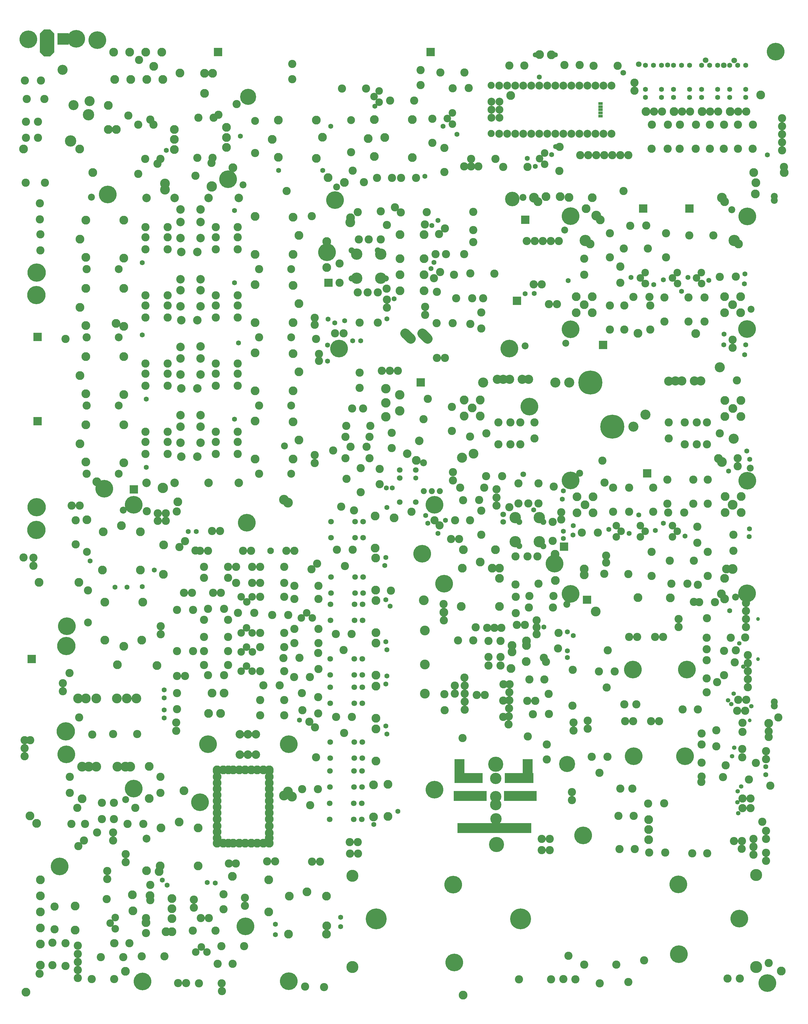
<source format=gbr>
%FSLAX34Y34*%
%MOMM*%
%LNSOLDERMASK_BOTTOM*%
G71*
G01*
%ADD10C,2.600*%
%ADD11C,2.400*%
%ADD12C,2.800*%
%ADD13C,2.600*%
%ADD14C,5.100*%
%ADD15C,1.600*%
%ADD16C,3.600*%
%ADD17C,7.600*%
%ADD18C,3.200*%
%ADD19C,2.900*%
%ADD20C,2.600*%
%ADD21C,2.600*%
%ADD22C,5.600*%
%ADD23C,3.100*%
%ADD24C,2.400*%
%ADD25C,3.100*%
%ADD26C,3.600*%
%ADD27C,2.800*%
%ADD28C,3.000*%
%ADD29C,1.800*%
%ADD30C,1.600*%
%ADD31C,2.700*%
%ADD32C,2.700*%
%ADD33C,2.500*%
%ADD34C,4.600*%
%ADD35C,5.600*%
%ADD36C,2.700*%
%ADD37C,2.800*%
%ADD38C,2.100*%
%ADD39C,3.100*%
%ADD40C,2.800*%
%ADD41C,6.600*%
%ADD42C,3.600*%
%ADD43C,3.300*%
%ADD44C,4.800*%
%ADD45C,5.100*%
%ADD46C,3.200*%
%ADD47C,3.100*%
%ADD48C,1.900*%
%ADD49R,1.470X0.835*%
%ADD50C,2.500*%
%ADD51C,2.250*%
%ADD52C,1.800*%
%ADD53C,1.600*%
%ADD54C,1.200*%
%ADD55C,1.400*%
%ADD56C,3.800*%
%ADD57C,2.200*%
%ADD58C,5.800*%
%ADD59C,3.200*%
%ADD60C,2.800*%
%ADD61C,2.200*%
%ADD62C,1.900*%
%LPD*%
X234895Y2379771D02*
G54D10*
D03*
X234945Y2456021D02*
G54D10*
D03*
X153901Y2376371D02*
G54D10*
D03*
X154014Y2325390D02*
G54D10*
D03*
X268201Y2350971D02*
G54D10*
D03*
X268313Y2299990D02*
G54D10*
D03*
X234911Y2151171D02*
G54D10*
D03*
X234961Y2227421D02*
G54D10*
D03*
X355632Y2407785D02*
G54D10*
D03*
X279382Y2407835D02*
G54D10*
D03*
X280591Y2227421D02*
G54D10*
D03*
X280541Y2151171D02*
G54D10*
D03*
X412694Y2379770D02*
G54D10*
D03*
X412744Y2456020D02*
G54D10*
D03*
X310026Y2255255D02*
G54D10*
D03*
X407591Y2252821D02*
G54D10*
D03*
X407541Y2176571D02*
G54D10*
D03*
X483790Y2252821D02*
G54D10*
D03*
X483740Y2176571D02*
G54D10*
D03*
X534590Y2252821D02*
G54D10*
D03*
X534540Y2176571D02*
G54D10*
D03*
X634062Y2318866D02*
G54D10*
D03*
X583082Y2318753D02*
G54D10*
D03*
X562608Y2449589D02*
G54D10*
D03*
X486358Y2449639D02*
G54D10*
D03*
X347266Y2332196D02*
G54D11*
D03*
X331366Y2314621D02*
G54D11*
D03*
X347300Y2297005D02*
G54D11*
D03*
X448866Y2332196D02*
G54D11*
D03*
X432966Y2314621D02*
G54D11*
D03*
X448900Y2297005D02*
G54D11*
D03*
X525066Y2332196D02*
G54D11*
D03*
X509166Y2314621D02*
G54D11*
D03*
X525100Y2297005D02*
G54D11*
D03*
X128166Y2256096D02*
G54D12*
D03*
X178966Y2256096D02*
G54D12*
D03*
X153566Y2230696D02*
G54D12*
D03*
X178966Y2205296D02*
G54D12*
D03*
X128166Y2205296D02*
G54D12*
D03*
X598066Y2256096D02*
G54D12*
D03*
X648866Y2256096D02*
G54D12*
D03*
X623466Y2230696D02*
G54D12*
D03*
X648866Y2205296D02*
G54D12*
D03*
X598066Y2205296D02*
G54D12*
D03*
X299592Y2480405D02*
G54D10*
D03*
X350572Y2480518D02*
G54D10*
D03*
X234911Y2151171D02*
G54D13*
D03*
X280541Y2151171D02*
G54D13*
D03*
X407541Y2176571D02*
G54D13*
D03*
X483740Y2176571D02*
G54D13*
D03*
X234911Y2151171D02*
G54D13*
D03*
X110490Y2510790D02*
G54D14*
D03*
X360826Y2255255D02*
G54D10*
D03*
X363141Y2227421D02*
G54D10*
D03*
X363091Y2151171D02*
G54D10*
D03*
X192141Y2512571D02*
G54D10*
D03*
X103366Y2306796D02*
G54D15*
D03*
X280541Y2151171D02*
G54D13*
D03*
X363091Y2151171D02*
G54D13*
D03*
X407541Y2176571D02*
G54D13*
D03*
X483740Y2176571D02*
G54D13*
D03*
X670322Y2509996D02*
G54D14*
D03*
X110490Y2152014D02*
G54D14*
D03*
X669686Y2153602D02*
G54D14*
D03*
X160516Y2433796D02*
G54D15*
D03*
X157340Y2433797D02*
G54D16*
D03*
X629065Y2433797D02*
G54D16*
D03*
X243116Y1844555D02*
G54D17*
D03*
X173266Y1984256D02*
G54D17*
D03*
X106591Y1984255D02*
G54D18*
D03*
X309791Y1844555D02*
G54D18*
D03*
X-102284Y1994355D02*
G54D19*
D03*
X-22284Y1994355D02*
G54D20*
D03*
X442716Y1989355D02*
G54D20*
D03*
X522716Y1989355D02*
G54D20*
D03*
X-22284Y1994355D02*
G54D19*
D03*
X442716Y1989355D02*
G54D19*
D03*
X522716Y1989355D02*
G54D12*
D03*
X-82284Y1994355D02*
G54D19*
D03*
X-42284Y1994355D02*
G54D19*
D03*
X462716Y1989356D02*
G54D19*
D03*
X502716Y1989355D02*
G54D19*
D03*
X-226709Y1878025D02*
G54D12*
D03*
X-226709Y1928825D02*
G54D12*
D03*
X-201309Y1903425D02*
G54D12*
D03*
X-175909Y1928826D02*
G54D12*
D03*
X-175909Y1878025D02*
G54D12*
D03*
X-226709Y1876755D02*
G54D21*
D03*
X-175909Y1876755D02*
G54D13*
D03*
X598791Y1876755D02*
G54D12*
D03*
X598791Y1927555D02*
G54D12*
D03*
X624191Y1902155D02*
G54D12*
D03*
X649591Y1927555D02*
G54D12*
D03*
X649591Y1876755D02*
G54D12*
D03*
X598791Y1876755D02*
G54D21*
D03*
X649591Y1876755D02*
G54D13*
D03*
X472248Y1788118D02*
G54D10*
D03*
X472248Y1857968D02*
G54D10*
D03*
X542098Y1788118D02*
G54D10*
D03*
X542098Y1857968D02*
G54D10*
D03*
X510348Y1857968D02*
G54D10*
D03*
X510348Y1788118D02*
G54D10*
D03*
X542099Y1788118D02*
G54D13*
D03*
X542099Y1857968D02*
G54D13*
D03*
X-118302Y1788118D02*
G54D10*
D03*
X-118302Y1857968D02*
G54D10*
D03*
X-48452Y1788118D02*
G54D10*
D03*
X-48452Y1857968D02*
G54D10*
D03*
X-80202Y1857968D02*
G54D10*
D03*
X-80202Y1788118D02*
G54D10*
D03*
X-48451Y1788118D02*
G54D13*
D03*
X-48451Y1857968D02*
G54D13*
D03*
X522716Y1989355D02*
G54D19*
D03*
X-4001Y1857968D02*
G54D21*
D03*
X421449Y1857968D02*
G54D21*
D03*
X636991Y1991080D02*
G54D21*
D03*
X-207559Y1813280D02*
G54D21*
D03*
X-226709Y1927555D02*
G54D13*
D03*
X-175909Y1927556D02*
G54D13*
D03*
X598791Y1927555D02*
G54D13*
D03*
X649591Y1927555D02*
G54D13*
D03*
X649591Y1876755D02*
G54D13*
D03*
X110490Y1674177D02*
G54D14*
D03*
X670322Y1673384D02*
G54D22*
D03*
X110490Y1315402D02*
G54D22*
D03*
X669686Y1316990D02*
G54D14*
D03*
X624065Y1597184D02*
G54D23*
D03*
X-490334Y2314256D02*
G54D24*
D03*
X-490334Y2390456D02*
G54D24*
D03*
X-566534Y2314256D02*
G54D24*
D03*
X-490334Y2314256D02*
G54D24*
D03*
X-566534Y2390456D02*
G54D24*
D03*
X-566534Y2314256D02*
G54D24*
D03*
X-490334Y2390456D02*
G54D24*
D03*
X-566534Y2390456D02*
G54D24*
D03*
X-490422Y2525479D02*
G54D10*
D03*
X-490422Y2436579D02*
G54D10*
D03*
X-528522Y2436579D02*
G54D10*
D03*
X-560272Y2436579D02*
G54D10*
D03*
X-500066Y2173689D02*
G54D10*
D03*
X-563565Y2268939D02*
G54D10*
D03*
X-531816Y2268939D02*
G54D10*
D03*
X-500066Y2268939D02*
G54D10*
D03*
X-471583Y2281228D02*
G54D10*
D03*
X-563566Y2522939D02*
G54D10*
D03*
X-445972Y2538179D02*
G54D10*
D03*
X-283544Y2390490D02*
G54D10*
D03*
X-226394Y2390490D02*
G54D10*
D03*
X-197694Y2466690D02*
G54D10*
D03*
X-197694Y2523840D02*
G54D10*
D03*
X-258744Y2324866D02*
G54D10*
D03*
X-312696Y2270984D02*
G54D10*
D03*
X-258744Y2324866D02*
G54D13*
D03*
X-130968Y2328918D02*
G54D10*
D03*
X-207218Y2328968D02*
G54D10*
D03*
X-130968Y2328918D02*
G54D13*
D03*
X-251794Y2250790D02*
G54D10*
D03*
X-200994Y2250790D02*
G54D10*
D03*
X-200994Y2250790D02*
G54D10*
D03*
X-172387Y2154684D02*
G54D10*
D03*
X-172499Y2205664D02*
G54D10*
D03*
X-172387Y2154684D02*
G54D10*
D03*
X-197694Y2428590D02*
G54D10*
D03*
X-165944Y2250790D02*
G54D10*
D03*
X-316564Y2390490D02*
G54D10*
D03*
X-305644Y2453990D02*
G54D10*
D03*
X-429340Y2452494D02*
G54D12*
D03*
X-353140Y2452494D02*
G54D12*
D03*
X-429340Y2376294D02*
G54D12*
D03*
X-429340Y2325494D02*
G54D12*
D03*
X-429340Y2274694D02*
G54D12*
D03*
X-353140Y2376294D02*
G54D12*
D03*
X-353140Y2325494D02*
G54D12*
D03*
X-353140Y2274694D02*
G54D12*
D03*
X-353140Y2452494D02*
G54D10*
D03*
X-206889Y2169691D02*
G54D10*
D03*
X-263109Y2171936D02*
G54D10*
D03*
X-263109Y2171936D02*
G54D10*
D03*
X-313909Y2171936D02*
G54D10*
D03*
G54D25*
X-341957Y2122446D02*
X-359635Y2140124D01*
G54D25*
X-395932Y2122446D02*
X-413610Y2140124D01*
X-660797Y2396490D02*
G54D22*
D03*
X-344884Y2523490D02*
G54D21*
D03*
X-566534Y2390456D02*
G54D26*
D03*
X-566534Y2314256D02*
G54D26*
D03*
X-490334Y2314256D02*
G54D26*
D03*
X-490334Y2390456D02*
G54D26*
D03*
X-64256Y1556054D02*
G54D24*
D03*
X-64256Y1479854D02*
G54D24*
D03*
X11944Y1556054D02*
G54D24*
D03*
X-64256Y1556054D02*
G54D24*
D03*
X11944Y1479854D02*
G54D24*
D03*
X11944Y1556054D02*
G54D24*
D03*
X-64256Y1479854D02*
G54D24*
D03*
X11944Y1479854D02*
G54D24*
D03*
X-64168Y1344831D02*
G54D10*
D03*
X-64168Y1433731D02*
G54D10*
D03*
X-26068Y1433731D02*
G54D10*
D03*
X5682Y1433731D02*
G54D10*
D03*
X8976Y1664871D02*
G54D10*
D03*
X-54524Y1664871D02*
G54D10*
D03*
X8975Y1601371D02*
G54D10*
D03*
X-22774Y1601371D02*
G54D10*
D03*
X-54524Y1601371D02*
G54D10*
D03*
X-83007Y1589082D02*
G54D10*
D03*
X8976Y1347371D02*
G54D10*
D03*
X56994Y1654795D02*
G54D21*
D03*
X11944Y1479854D02*
G54D26*
D03*
X11944Y1556054D02*
G54D26*
D03*
X-64256Y1556054D02*
G54D26*
D03*
X-64256Y1479854D02*
G54D26*
D03*
X-235514Y1275660D02*
G54D12*
D03*
X-232340Y1396310D02*
G54D12*
D03*
X-114864Y1275660D02*
G54D12*
D03*
X-114864Y1396310D02*
G54D12*
D03*
X-175189Y1415774D02*
G54D12*
D03*
X-232340Y1396310D02*
G54D27*
D03*
X-228718Y1455129D02*
G54D12*
D03*
X-127118Y1455128D02*
G54D12*
D03*
X-228718Y1455129D02*
G54D12*
D03*
X-430285Y1945003D02*
G54D28*
D03*
X-430285Y1894203D02*
G54D28*
D03*
X-474735Y1919604D02*
G54D28*
D03*
X-474735Y1875153D02*
G54D28*
D03*
X-474735Y1964053D02*
G54D28*
D03*
X-462035Y2021203D02*
G54D10*
D03*
X-487435Y2021203D02*
G54D10*
D03*
X-436635Y2021203D02*
G54D10*
D03*
X-523120Y1846578D02*
G54D10*
D03*
X-599370Y1846628D02*
G54D10*
D03*
X-602062Y1812318D02*
G54D10*
D03*
X-525812Y1812268D02*
G54D10*
D03*
X-586128Y1780842D02*
G54D10*
D03*
X-535148Y1780954D02*
G54D10*
D03*
X-557285Y2014941D02*
G54D10*
D03*
X-557285Y1967141D02*
G54D10*
D03*
X-553675Y1713316D02*
G54D10*
D03*
X-553725Y1637067D02*
G54D10*
D03*
X-493785Y1662254D02*
G54D10*
D03*
X-493785Y1710053D02*
G54D10*
D03*
X-581229Y1902097D02*
G54D10*
D03*
X-546129Y1902098D02*
G54D10*
D03*
X-455685Y1776553D02*
G54D10*
D03*
X-455685Y1824354D02*
G54D10*
D03*
X-602007Y1744671D02*
G54D10*
D03*
X-525757Y1744621D02*
G54D10*
D03*
X-354810Y1868248D02*
G54D10*
D03*
X-493785Y1662254D02*
G54D10*
D03*
G36*
X-350735Y1997373D02*
X-350735Y1971373D01*
X-376735Y1971373D01*
X-376735Y1997373D01*
X-350735Y1997373D01*
G37*
X-379485Y1706792D02*
G54D29*
D03*
X-379485Y1681392D02*
G54D30*
D03*
X-430285Y1706791D02*
G54D30*
D03*
X-430285Y1681391D02*
G54D29*
D03*
X-379485Y1605191D02*
G54D30*
D03*
X-430285Y1605191D02*
G54D30*
D03*
X-377453Y1737557D02*
G54D12*
D03*
X-393148Y1575052D02*
G54D21*
D03*
X-430285Y1706791D02*
G54D29*
D03*
X-379485Y1605191D02*
G54D29*
D03*
X-430285Y1605191D02*
G54D29*
D03*
X-1165276Y1758104D02*
G54D10*
D03*
X-1235126Y1758104D02*
G54D10*
D03*
X-1165276Y1827954D02*
G54D10*
D03*
X-1235126Y1827954D02*
G54D10*
D03*
X-1235126Y1796204D02*
G54D10*
D03*
X-1165276Y1796204D02*
G54D10*
D03*
X-1121868Y1749333D02*
G54D31*
D03*
X-1070886Y1749445D02*
G54D31*
D03*
X-943026Y1758104D02*
G54D10*
D03*
X-1012876Y1758104D02*
G54D10*
D03*
X-943026Y1827954D02*
G54D10*
D03*
X-1012876Y1827954D02*
G54D10*
D03*
X-1012876Y1796204D02*
G54D10*
D03*
X-943026Y1796204D02*
G54D10*
D03*
X-1060803Y1793431D02*
G54D10*
D03*
X-1060916Y1844411D02*
G54D10*
D03*
X-1124303Y1793431D02*
G54D10*
D03*
X-1124416Y1844411D02*
G54D10*
D03*
X-943026Y1827954D02*
G54D13*
D03*
X-1012876Y1827954D02*
G54D13*
D03*
X-1060916Y1844412D02*
G54D32*
D03*
X-1124416Y1844412D02*
G54D13*
D03*
X-1165276Y1827954D02*
G54D13*
D03*
X-1235126Y1827954D02*
G54D13*
D03*
X-1124303Y1793431D02*
G54D31*
D03*
X-1124416Y1844411D02*
G54D31*
D03*
X-1060916Y1844411D02*
G54D31*
D03*
X-1060803Y1793431D02*
G54D31*
D03*
X-888813Y1862396D02*
G54D12*
D03*
X-768163Y1859222D02*
G54D12*
D03*
X-888813Y1741746D02*
G54D12*
D03*
X-768163Y1741746D02*
G54D12*
D03*
X-749350Y1802071D02*
G54D12*
D03*
X-875306Y1695466D02*
G54D33*
D03*
X-773706Y1695467D02*
G54D33*
D03*
X-768163Y1859222D02*
G54D12*
D03*
X-1303808Y1729658D02*
G54D12*
D03*
X-1424458Y1732832D02*
G54D12*
D03*
X-1303808Y1850308D02*
G54D12*
D03*
X-1424458Y1850308D02*
G54D12*
D03*
X-1443270Y1789983D02*
G54D12*
D03*
X-1424457Y1732832D02*
G54D12*
D03*
X-1424458Y1850308D02*
G54D12*
D03*
X-1421406Y1695466D02*
G54D33*
D03*
X-1319806Y1695467D02*
G54D33*
D03*
X-875306Y1695466D02*
G54D10*
D03*
X-1421406Y1695466D02*
G54D10*
D03*
X-1165276Y1974004D02*
G54D10*
D03*
X-1235126Y1974004D02*
G54D10*
D03*
X-1165276Y2043854D02*
G54D10*
D03*
X-1235126Y2043854D02*
G54D10*
D03*
X-1235126Y2012104D02*
G54D10*
D03*
X-1165276Y2012104D02*
G54D10*
D03*
X-1121868Y1965233D02*
G54D31*
D03*
X-1070886Y1965345D02*
G54D31*
D03*
X-943026Y1974004D02*
G54D10*
D03*
X-1012876Y1974004D02*
G54D10*
D03*
X-943026Y2043854D02*
G54D10*
D03*
X-1012876Y2043854D02*
G54D10*
D03*
X-1012876Y2012104D02*
G54D10*
D03*
X-943026Y2012104D02*
G54D10*
D03*
X-1060803Y2009331D02*
G54D10*
D03*
X-1060916Y2060312D02*
G54D10*
D03*
X-1124303Y2009331D02*
G54D10*
D03*
X-1124416Y2060311D02*
G54D10*
D03*
X-943026Y2043854D02*
G54D13*
D03*
X-1012876Y2043854D02*
G54D13*
D03*
X-1060916Y2060312D02*
G54D32*
D03*
X-1124416Y2060312D02*
G54D13*
D03*
X-1165276Y2043854D02*
G54D13*
D03*
X-1235126Y2043854D02*
G54D13*
D03*
X-1124303Y2009331D02*
G54D31*
D03*
X-1124416Y2060311D02*
G54D31*
D03*
X-1060916Y2060312D02*
G54D31*
D03*
X-1060803Y2009331D02*
G54D31*
D03*
X-888813Y2078296D02*
G54D12*
D03*
X-768163Y2075122D02*
G54D12*
D03*
X-888813Y1957646D02*
G54D12*
D03*
X-768163Y1957646D02*
G54D12*
D03*
X-749350Y2017971D02*
G54D12*
D03*
X-875306Y1911366D02*
G54D33*
D03*
X-773706Y1911367D02*
G54D33*
D03*
X-768163Y2075122D02*
G54D12*
D03*
X-1303808Y1945558D02*
G54D12*
D03*
X-1424458Y1948732D02*
G54D12*
D03*
X-1303808Y2066208D02*
G54D12*
D03*
X-1424458Y2066208D02*
G54D12*
D03*
X-1443270Y2005883D02*
G54D12*
D03*
X-1424457Y1948731D02*
G54D12*
D03*
X-1424458Y2066208D02*
G54D12*
D03*
X-1421406Y1911366D02*
G54D33*
D03*
X-1319806Y1911367D02*
G54D33*
D03*
X-875306Y1911366D02*
G54D10*
D03*
X-1421406Y1911366D02*
G54D10*
D03*
X-1165276Y2189904D02*
G54D10*
D03*
X-1235126Y2189904D02*
G54D10*
D03*
X-1165276Y2259754D02*
G54D10*
D03*
X-1235126Y2259754D02*
G54D10*
D03*
X-1235126Y2228004D02*
G54D10*
D03*
X-1165276Y2228004D02*
G54D10*
D03*
X-1121868Y2181133D02*
G54D31*
D03*
X-1070886Y2181245D02*
G54D31*
D03*
X-943026Y2189904D02*
G54D10*
D03*
X-1012876Y2189904D02*
G54D10*
D03*
X-943026Y2259754D02*
G54D10*
D03*
X-1012876Y2259754D02*
G54D10*
D03*
X-1012876Y2228004D02*
G54D10*
D03*
X-943026Y2228004D02*
G54D10*
D03*
X-1060803Y2225231D02*
G54D10*
D03*
X-1060916Y2276212D02*
G54D10*
D03*
X-1124303Y2225231D02*
G54D10*
D03*
X-1124416Y2276212D02*
G54D10*
D03*
X-943026Y2259754D02*
G54D13*
D03*
X-1012876Y2259754D02*
G54D13*
D03*
X-1060916Y2276212D02*
G54D32*
D03*
X-1124416Y2276212D02*
G54D13*
D03*
X-1165276Y2259754D02*
G54D13*
D03*
X-1235126Y2259754D02*
G54D13*
D03*
X-1124303Y2225231D02*
G54D31*
D03*
X-1124416Y2276212D02*
G54D31*
D03*
X-1060916Y2276212D02*
G54D31*
D03*
X-1060803Y2225231D02*
G54D31*
D03*
X-888813Y2294196D02*
G54D12*
D03*
X-768163Y2291022D02*
G54D12*
D03*
X-888813Y2173546D02*
G54D12*
D03*
X-768163Y2173546D02*
G54D12*
D03*
X-749350Y2233871D02*
G54D12*
D03*
X-875306Y2127266D02*
G54D33*
D03*
X-773706Y2127266D02*
G54D33*
D03*
X-768163Y2291022D02*
G54D12*
D03*
X-1303808Y2161458D02*
G54D12*
D03*
X-1424458Y2164632D02*
G54D12*
D03*
X-1303808Y2282108D02*
G54D12*
D03*
X-1424458Y2282108D02*
G54D12*
D03*
X-1443270Y2221783D02*
G54D12*
D03*
X-1424457Y2164632D02*
G54D12*
D03*
X-1424458Y2282108D02*
G54D12*
D03*
X-1421406Y2127266D02*
G54D33*
D03*
X-1319806Y2127266D02*
G54D33*
D03*
X-875306Y2127266D02*
G54D10*
D03*
X-1421406Y2127266D02*
G54D10*
D03*
X-1165276Y2405804D02*
G54D10*
D03*
X-1235126Y2405804D02*
G54D10*
D03*
X-1165276Y2475654D02*
G54D10*
D03*
X-1235126Y2475654D02*
G54D10*
D03*
X-1235126Y2443904D02*
G54D10*
D03*
X-1165276Y2443904D02*
G54D10*
D03*
X-1121868Y2397033D02*
G54D31*
D03*
X-1070886Y2397145D02*
G54D31*
D03*
X-943026Y2405804D02*
G54D10*
D03*
X-1012876Y2405804D02*
G54D10*
D03*
X-943026Y2475654D02*
G54D10*
D03*
X-1012876Y2475654D02*
G54D10*
D03*
X-1012876Y2443904D02*
G54D10*
D03*
X-943026Y2443904D02*
G54D10*
D03*
X-1060803Y2441131D02*
G54D10*
D03*
X-1060916Y2492112D02*
G54D10*
D03*
X-1124303Y2441131D02*
G54D10*
D03*
X-1124416Y2492111D02*
G54D10*
D03*
X-943026Y2475654D02*
G54D13*
D03*
X-1012876Y2475654D02*
G54D13*
D03*
X-1060916Y2492112D02*
G54D32*
D03*
X-1124416Y2492112D02*
G54D13*
D03*
X-1165276Y2475654D02*
G54D13*
D03*
X-1235126Y2475654D02*
G54D13*
D03*
X-1124303Y2441131D02*
G54D31*
D03*
X-1124416Y2492111D02*
G54D31*
D03*
X-1060916Y2492111D02*
G54D31*
D03*
X-1060803Y2441131D02*
G54D31*
D03*
X-888813Y2510096D02*
G54D12*
D03*
X-768163Y2506922D02*
G54D12*
D03*
X-888813Y2389446D02*
G54D12*
D03*
X-768163Y2389446D02*
G54D12*
D03*
X-749350Y2449771D02*
G54D12*
D03*
X-875306Y2343166D02*
G54D33*
D03*
X-773706Y2343166D02*
G54D33*
D03*
X-768163Y2506922D02*
G54D12*
D03*
X-1303808Y2377358D02*
G54D12*
D03*
X-1424458Y2380532D02*
G54D12*
D03*
X-1303808Y2498008D02*
G54D12*
D03*
X-1424458Y2498008D02*
G54D12*
D03*
X-1443270Y2437683D02*
G54D12*
D03*
X-1424457Y2380532D02*
G54D12*
D03*
X-1424458Y2498008D02*
G54D12*
D03*
X-1421406Y2343166D02*
G54D33*
D03*
X-1319806Y2343166D02*
G54D33*
D03*
X-875306Y2343166D02*
G54D10*
D03*
X-1421406Y2343166D02*
G54D10*
D03*
X-940152Y1666431D02*
G54D31*
D03*
X-940152Y1666431D02*
G54D31*
D03*
X-1035402Y1666431D02*
G54D31*
D03*
X-1035402Y1666431D02*
G54D31*
D03*
X-1143352Y1666431D02*
G54D31*
D03*
X-1143352Y1666431D02*
G54D31*
D03*
X-1232252Y1666431D02*
G54D31*
D03*
X-1232252Y1666431D02*
G54D31*
D03*
X-940152Y2568131D02*
G54D31*
D03*
X-940152Y2568131D02*
G54D31*
D03*
X-1035402Y2568131D02*
G54D31*
D03*
X-1035402Y2568131D02*
G54D31*
D03*
X-1143352Y2568131D02*
G54D31*
D03*
X-1143352Y2568131D02*
G54D31*
D03*
X-1232252Y2568131D02*
G54D31*
D03*
X-1232252Y2568131D02*
G54D31*
D03*
X-1488888Y2121601D02*
G54D21*
D03*
X-695138Y2121601D02*
G54D21*
D03*
X-83185Y2091689D02*
G54D22*
D03*
X-73661Y2564764D02*
G54D34*
D03*
X-622936Y2091689D02*
G54D22*
D03*
X-635636Y2561590D02*
G54D22*
D03*
X-1243989Y1288915D02*
G54D12*
D03*
X-1247163Y1168265D02*
G54D12*
D03*
X-1364638Y1288915D02*
G54D12*
D03*
X-1364638Y1168265D02*
G54D12*
D03*
X-1304314Y1149452D02*
G54D12*
D03*
X-1372188Y1390784D02*
G54D12*
D03*
X-1369014Y1511434D02*
G54D12*
D03*
X-1251538Y1390784D02*
G54D12*
D03*
X-1251539Y1511434D02*
G54D12*
D03*
X-1311864Y1530722D02*
G54D12*
D03*
X-1417268Y1326208D02*
G54D33*
D03*
X-1417268Y1224608D02*
G54D33*
D03*
X-1417268Y1326208D02*
G54D10*
D03*
X-1421066Y1549404D02*
G54D33*
D03*
X-1421066Y1447803D02*
G54D33*
D03*
X-1421066Y1549404D02*
G54D10*
D03*
X-1421066Y1549404D02*
G54D12*
D03*
X-1247163Y1168265D02*
G54D12*
D03*
X-1251539Y1511434D02*
G54D12*
D03*
X-1369014Y1511434D02*
G54D12*
D03*
X-1251539Y1511434D02*
G54D12*
D03*
X-1272778Y1597184D02*
G54D14*
D03*
X-320278Y1597184D02*
G54D14*
D03*
X-1272778Y698659D02*
G54D14*
D03*
X-320278Y695484D02*
G54D22*
D03*
X672373Y1121274D02*
G54D21*
D03*
X672374Y1095874D02*
G54D21*
D03*
X654910Y906962D02*
G54D21*
D03*
X654911Y878386D02*
G54D21*
D03*
X641189Y980024D02*
G54D21*
D03*
X666589Y980024D02*
G54D21*
D03*
X-354245Y1294683D02*
G54D23*
D03*
X-351070Y1199433D02*
G54D23*
D03*
X-351070Y1091483D02*
G54D23*
D03*
X-351070Y999408D02*
G54D23*
D03*
X-781639Y838945D02*
G54D35*
D03*
X-1037340Y838845D02*
G54D35*
D03*
X-936614Y870770D02*
G54D36*
D03*
X-911240Y870645D02*
G54D36*
D03*
X-885796Y870670D02*
G54D36*
D03*
X-688534Y937029D02*
G54D10*
D03*
X-688709Y988021D02*
G54D10*
D03*
X-986464Y1000895D02*
G54D37*
D03*
X-1035864Y936795D02*
G54D37*
D03*
X-997864Y936795D02*
G54D37*
D03*
X-1024564Y1000895D02*
G54D37*
D03*
X-1135740Y950045D02*
G54D10*
D03*
X-1135864Y1000962D02*
G54D10*
D03*
X-872214Y978620D02*
G54D10*
D03*
X-795964Y978570D02*
G54D10*
D03*
X-1138314Y881920D02*
G54D10*
D03*
X-1138314Y907420D02*
G54D10*
D03*
X-872214Y930995D02*
G54D10*
D03*
X-795965Y930945D02*
G54D10*
D03*
X-897614Y1350095D02*
G54D10*
D03*
X-948531Y1349970D02*
G54D10*
D03*
X-932540Y1305645D02*
G54D11*
D03*
X-914964Y1289745D02*
G54D11*
D03*
X-897348Y1305680D02*
G54D11*
D03*
X-926190Y1451695D02*
G54D10*
D03*
X-900764Y1451745D02*
G54D10*
D03*
X-872214Y1305645D02*
G54D10*
D03*
X-796040Y1305645D02*
G54D10*
D03*
X-1050014Y1365970D02*
G54D10*
D03*
X-973764Y1365920D02*
G54D10*
D03*
X-891264Y1254845D02*
G54D10*
D03*
X-942181Y1254720D02*
G54D10*
D03*
X-897614Y1191345D02*
G54D11*
D03*
X-915214Y1207245D02*
G54D11*
D03*
X-932806Y1191310D02*
G54D11*
D03*
X-897240Y1130945D02*
G54D11*
D03*
X-915214Y1146920D02*
G54D11*
D03*
X-932806Y1130985D02*
G54D11*
D03*
X-872214Y1191345D02*
G54D10*
D03*
X-796040Y1191345D02*
G54D10*
D03*
X-897615Y1070645D02*
G54D11*
D03*
X-915214Y1086595D02*
G54D11*
D03*
X-932806Y1070660D02*
G54D11*
D03*
X-1050014Y1134195D02*
G54D10*
D03*
X-973764Y1134145D02*
G54D10*
D03*
X-1049806Y1090016D02*
G54D10*
D03*
X-973556Y1089966D02*
G54D10*
D03*
X-872214Y1070695D02*
G54D10*
D03*
X-795940Y1070645D02*
G54D10*
D03*
X-810894Y1025905D02*
G54D10*
D03*
X-861810Y1025780D02*
G54D10*
D03*
X-872214Y1146895D02*
G54D10*
D03*
X-795964Y1146845D02*
G54D10*
D03*
X-714939Y1052045D02*
G54D21*
D03*
X-739923Y1001113D02*
G54D21*
D03*
X-764822Y1052160D02*
G54D21*
D03*
X-707114Y1238970D02*
G54D11*
D03*
X-724915Y1254770D02*
G54D11*
D03*
X-742305Y1238935D02*
G54D11*
D03*
X-1062714Y1451695D02*
G54D10*
D03*
X-1037140Y1451645D02*
G54D10*
D03*
X-764264Y1340570D02*
G54D10*
D03*
X-688014Y1340520D02*
G54D10*
D03*
X-764264Y1299295D02*
G54D10*
D03*
X-688014Y1299245D02*
G54D10*
D03*
X-783314Y1248495D02*
G54D10*
D03*
X-834231Y1248370D02*
G54D10*
D03*
X-764264Y1204045D02*
G54D10*
D03*
X-688014Y1203995D02*
G54D10*
D03*
X-688114Y1077020D02*
G54D10*
D03*
X-688227Y1128000D02*
G54D10*
D03*
X-688065Y1159595D02*
G54D10*
D03*
X-764340Y1159645D02*
G54D10*
D03*
X-1113464Y1318370D02*
G54D10*
D03*
X-1088602Y1318058D02*
G54D10*
D03*
X-1084940Y1134195D02*
G54D10*
D03*
X-1135914Y1134045D02*
G54D10*
D03*
X-1050014Y1178645D02*
G54D10*
D03*
X-973764Y1178595D02*
G54D10*
D03*
X-986514Y1057995D02*
G54D10*
D03*
X-1037490Y1057845D02*
G54D10*
D03*
X-1109914Y1054845D02*
G54D10*
D03*
X-1135214Y1055145D02*
G54D10*
D03*
X-1084940Y1264370D02*
G54D10*
D03*
X-1135914Y1264270D02*
G54D10*
D03*
X-764264Y1451695D02*
G54D10*
D03*
X-789740Y1451695D02*
G54D10*
D03*
X-1050014Y1232620D02*
G54D10*
D03*
X-973764Y1232570D02*
G54D10*
D03*
X-986540Y1267570D02*
G54D10*
D03*
X-1037440Y1267370D02*
G54D10*
D03*
X-1021440Y1318345D02*
G54D10*
D03*
X-996540Y1318045D02*
G54D10*
D03*
X-872214Y1350095D02*
G54D10*
D03*
X-796040Y1350095D02*
G54D10*
D03*
X-872214Y1400895D02*
G54D10*
D03*
X-796040Y1400945D02*
G54D10*
D03*
X-1050040Y1400945D02*
G54D10*
D03*
X-973839Y1400945D02*
G54D10*
D03*
X-897614Y1400895D02*
G54D10*
D03*
X-948531Y1400770D02*
G54D10*
D03*
X-838990Y1451695D02*
G54D38*
D03*
X-798914Y1112280D02*
G54D10*
D03*
X-747934Y1112392D02*
G54D10*
D03*
X-738815Y946820D02*
G54D10*
D03*
X-885740Y806345D02*
G54D36*
D03*
X-911040Y806545D02*
G54D36*
D03*
X-936527Y806476D02*
G54D36*
D03*
X-548490Y795034D02*
G54D30*
D03*
X-573890Y795034D02*
G54D30*
D03*
X-548490Y845834D02*
G54D30*
D03*
X-573890Y845834D02*
G54D30*
D03*
X-650090Y795034D02*
G54D29*
D03*
X-650090Y845834D02*
G54D30*
D03*
X-505881Y786150D02*
G54D12*
D03*
X-505881Y887750D02*
G54D12*
D03*
X-467688Y712041D02*
G54D12*
D03*
X-548490Y968468D02*
G54D30*
D03*
X-573890Y968469D02*
G54D30*
D03*
X-548490Y1019268D02*
G54D30*
D03*
X-573890Y1019268D02*
G54D30*
D03*
X-650090Y968468D02*
G54D30*
D03*
X-650090Y1019268D02*
G54D30*
D03*
X-581590Y925839D02*
G54D21*
D03*
X-606573Y874906D02*
G54D21*
D03*
X-631472Y925953D02*
G54D21*
D03*
X-546108Y1317719D02*
G54D30*
D03*
X-571508Y1317718D02*
G54D30*
D03*
X-546108Y1368518D02*
G54D30*
D03*
X-571508Y1368518D02*
G54D30*
D03*
X-647708Y1317718D02*
G54D30*
D03*
X-647708Y1368518D02*
G54D30*
D03*
X-546108Y1493137D02*
G54D30*
D03*
X-571508Y1493137D02*
G54D30*
D03*
X-546108Y1543938D02*
G54D30*
D03*
X-571508Y1543937D02*
G54D30*
D03*
X-647708Y1493138D02*
G54D30*
D03*
X-647708Y1543937D02*
G54D30*
D03*
X-579208Y1454476D02*
G54D21*
D03*
X-604192Y1403544D02*
G54D21*
D03*
X-629091Y1454590D02*
G54D21*
D03*
X-583177Y1188173D02*
G54D21*
D03*
X-608160Y1137241D02*
G54D21*
D03*
X-633060Y1188288D02*
G54D21*
D03*
X-547696Y1231200D02*
G54D30*
D03*
X-573096Y1231200D02*
G54D30*
D03*
X-547696Y1282000D02*
G54D30*
D03*
X-573096Y1282000D02*
G54D30*
D03*
X-649296Y1231200D02*
G54D30*
D03*
X-649296Y1282000D02*
G54D30*
D03*
X-549283Y1058956D02*
G54D30*
D03*
X-574683Y1058956D02*
G54D30*
D03*
X-549283Y1109756D02*
G54D30*
D03*
X-574683Y1109756D02*
G54D30*
D03*
X-650883Y1058956D02*
G54D30*
D03*
X-650883Y1109756D02*
G54D30*
D03*
X-505881Y921485D02*
G54D12*
D03*
X-505881Y1023085D02*
G54D12*
D03*
X-505484Y1057613D02*
G54D12*
D03*
X-505484Y1159213D02*
G54D12*
D03*
X-505484Y1192154D02*
G54D12*
D03*
X-505484Y1293754D02*
G54D12*
D03*
X-506674Y1326694D02*
G54D12*
D03*
X-506674Y1428294D02*
G54D12*
D03*
X-508262Y1460044D02*
G54D12*
D03*
X-508262Y1561644D02*
G54D12*
D03*
X-457989Y1325488D02*
G54D21*
D03*
X-695320Y797644D02*
G54D21*
D03*
X-650090Y845834D02*
G54D29*
D03*
X-573890Y795034D02*
G54D29*
D03*
X-548490Y795034D02*
G54D29*
D03*
X-573890Y845834D02*
G54D29*
D03*
X-548490Y845834D02*
G54D29*
D03*
X-650090Y968468D02*
G54D29*
D03*
X-650090Y1019268D02*
G54D29*
D03*
X-573890Y968469D02*
G54D29*
D03*
X-548490Y968468D02*
G54D29*
D03*
X-548490Y1019268D02*
G54D29*
D03*
X-573889Y1019268D02*
G54D29*
D03*
X-574683Y1058956D02*
G54D29*
D03*
X-549283Y1058956D02*
G54D29*
D03*
X-549283Y1109756D02*
G54D29*
D03*
X-574683Y1109756D02*
G54D29*
D03*
X-650883Y1058956D02*
G54D29*
D03*
X-650883Y1109756D02*
G54D29*
D03*
X-649296Y1231200D02*
G54D29*
D03*
X-573096Y1231200D02*
G54D29*
D03*
X-649296Y1282000D02*
G54D29*
D03*
X-573096Y1282000D02*
G54D29*
D03*
X-547696Y1282000D02*
G54D29*
D03*
X-547696Y1231200D02*
G54D29*
D03*
X-647708Y1317718D02*
G54D29*
D03*
X-647708Y1368518D02*
G54D29*
D03*
X-571508Y1317718D02*
G54D29*
D03*
X-546108Y1317719D02*
G54D29*
D03*
X-546108Y1368518D02*
G54D29*
D03*
X-571508Y1368519D02*
G54D29*
D03*
X-647708Y1493138D02*
G54D29*
D03*
X-647708Y1543937D02*
G54D29*
D03*
X-571508Y1493137D02*
G54D29*
D03*
X-546108Y1493137D02*
G54D29*
D03*
X-546108Y1543938D02*
G54D29*
D03*
X-571508Y1543937D02*
G54D29*
D03*
X-583177Y1188173D02*
G54D21*
D03*
X-579208Y1454476D02*
G54D21*
D03*
X-550474Y601361D02*
G54D30*
D03*
X-575874Y601361D02*
G54D30*
D03*
X-550474Y652161D02*
G54D30*
D03*
X-575874Y652161D02*
G54D30*
D03*
X-652074Y601361D02*
G54D29*
D03*
X-652074Y652161D02*
G54D30*
D03*
X-652074Y652161D02*
G54D29*
D03*
X-575874Y601361D02*
G54D29*
D03*
X-550474Y601361D02*
G54D29*
D03*
X-575874Y652161D02*
G54D29*
D03*
X-550474Y652161D02*
G54D29*
D03*
X-689143Y697239D02*
G54D21*
D03*
X-714126Y646306D02*
G54D21*
D03*
X-739025Y697353D02*
G54D21*
D03*
X-513726Y710850D02*
G54D12*
D03*
X-513726Y609251D02*
G54D12*
D03*
X-467688Y712041D02*
G54D12*
D03*
X-467688Y610441D02*
G54D12*
D03*
X-549680Y703755D02*
G54D30*
D03*
X-575080Y703755D02*
G54D30*
D03*
X-549680Y754555D02*
G54D30*
D03*
X-575080Y754555D02*
G54D30*
D03*
X-651280Y703754D02*
G54D29*
D03*
X-651281Y754555D02*
G54D30*
D03*
X-651281Y754555D02*
G54D29*
D03*
X-575080Y703755D02*
G54D29*
D03*
X-549680Y703755D02*
G54D29*
D03*
X-575081Y754555D02*
G54D29*
D03*
X-549680Y754555D02*
G54D29*
D03*
X-784180Y1603677D02*
G54D39*
D03*
X-784180Y689277D02*
G54D23*
D03*
X-843195Y640633D02*
G54D40*
D03*
X-843195Y659683D02*
G54D40*
D03*
X-843195Y678733D02*
G54D40*
D03*
X-843195Y697783D02*
G54D40*
D03*
X-843195Y716833D02*
G54D40*
D03*
X-843195Y735883D02*
G54D40*
D03*
X-843195Y754933D02*
G54D40*
D03*
X-843195Y621583D02*
G54D40*
D03*
X-843195Y602533D02*
G54D40*
D03*
X-843195Y580308D02*
G54D40*
D03*
X-1177880Y1470327D02*
G54D12*
D03*
X-448264Y1555884D02*
G54D12*
D03*
X-557215Y2173689D02*
G54D10*
D03*
X72764Y1191635D02*
G54D10*
D03*
X666024Y1260974D02*
G54D21*
D03*
X666024Y1235574D02*
G54D21*
D03*
X666024Y1210174D02*
G54D21*
D03*
X-5132Y2569105D02*
G54D23*
D03*
X590233Y2568936D02*
G54D23*
D03*
X590232Y1732323D02*
G54D12*
D03*
X179018Y2569105D02*
G54D12*
D03*
X77418Y2572280D02*
G54D12*
D03*
X32968Y2572280D02*
G54D12*
D03*
X-1456134Y1547971D02*
G54D10*
D03*
X-1456184Y1471721D02*
G54D10*
D03*
X-1456184Y1471721D02*
G54D13*
D03*
X-1456184Y1471721D02*
G54D13*
D03*
X-1469069Y1594400D02*
G54D10*
D03*
X-1443594Y1594400D02*
G54D10*
D03*
X-607898Y2139716D02*
G54D10*
D03*
X-634885Y2139716D02*
G54D10*
D03*
X-471372Y2246079D02*
G54D10*
D03*
X-471372Y2220679D02*
G54D10*
D03*
X-471372Y2185754D02*
G54D15*
D03*
X-636472Y2173054D02*
G54D15*
D03*
X624002Y2119079D02*
G54D10*
D03*
X624002Y2093679D02*
G54D10*
D03*
X596900Y2136775D02*
G54D15*
D03*
X639878Y1744429D02*
G54D10*
D03*
X639878Y1719029D02*
G54D10*
D03*
X668516Y1767046D02*
G54D15*
D03*
X81078Y1572979D02*
G54D10*
D03*
X81078Y1550754D02*
G54D10*
D03*
X84316Y1614646D02*
G54D15*
D03*
X87490Y1513046D02*
G54D15*
D03*
X-304323Y1532172D02*
G54D10*
D03*
X-320039Y1547888D02*
G54D10*
D03*
X-309384Y1506696D02*
G54D15*
D03*
X-341134Y1538446D02*
G54D15*
D03*
X-604722Y2179404D02*
G54D15*
D03*
X595428Y2103204D02*
G54D15*
D03*
X665278Y2103204D02*
G54D15*
D03*
X662166Y2071846D02*
G54D15*
D03*
X677978Y1741254D02*
G54D15*
D03*
X611366Y1703546D02*
G54D15*
D03*
X-579322Y2115904D02*
G54D15*
D03*
X-553922Y2115904D02*
G54D15*
D03*
X87428Y1641242D02*
G54D15*
D03*
X87428Y1490429D02*
G54D15*
D03*
X-348341Y1563454D02*
G54D15*
D03*
X-285635Y1547579D02*
G54D15*
D03*
X-1326488Y984088D02*
G54D23*
D03*
X-1391575Y984088D02*
G54D23*
D03*
X-1324106Y768188D02*
G54D23*
D03*
X-1391178Y768188D02*
G54D23*
D03*
X-1295134Y984088D02*
G54D23*
D03*
X-1424516Y984088D02*
G54D23*
D03*
X-1283625Y768188D02*
G54D23*
D03*
X-1436025Y768188D02*
G54D23*
D03*
X-1337747Y871385D02*
G54D10*
D03*
X-1261497Y871336D02*
G54D10*
D03*
X-1445457Y923740D02*
G54D10*
D03*
X-1404275Y869788D02*
G54D10*
D03*
X-1223921Y769022D02*
G54D12*
D03*
X-1223921Y667422D02*
G54D12*
D03*
X-1436025Y768188D02*
G54D12*
D03*
X-1436025Y666588D02*
G54D12*
D03*
X-1188015Y735971D02*
G54D10*
D03*
X-1187903Y684990D02*
G54D10*
D03*
X-1475352Y735971D02*
G54D10*
D03*
X-1475240Y684990D02*
G54D10*
D03*
X-1451635Y637745D02*
G54D21*
D03*
X-1426736Y586698D02*
G54D21*
D03*
X-1292469Y586813D02*
G54D21*
D03*
X-1267485Y637745D02*
G54D21*
D03*
X-1242586Y586698D02*
G54D21*
D03*
X-1335652Y653420D02*
G54D10*
D03*
X-1335540Y602440D02*
G54D10*
D03*
X-1373752Y653420D02*
G54D10*
D03*
X-1373640Y602440D02*
G54D10*
D03*
X-1337697Y560185D02*
G54D10*
D03*
X-1388497Y560185D02*
G54D10*
D03*
X-1448725Y984088D02*
G54D23*
D03*
X-1264575Y984088D02*
G54D23*
D03*
X-1470269Y586813D02*
G54D21*
D03*
X-1138314Y907420D02*
G54D10*
D03*
X-1497089Y1006539D02*
G54D10*
D03*
X-1497090Y1032039D02*
G54D10*
D03*
X-504780Y286052D02*
G54D12*
D03*
X-47580Y286052D02*
G54D41*
D03*
X-694506Y2693484D02*
G54D12*
D03*
X-815156Y2696657D02*
G54D12*
D03*
X-694506Y2814134D02*
G54D12*
D03*
X-815156Y2814134D02*
G54D12*
D03*
X-833968Y2753808D02*
G54D12*
D03*
X-815156Y2696657D02*
G54D12*
D03*
X-888584Y2710416D02*
G54D33*
D03*
X-888584Y2812015D02*
G54D33*
D03*
X-888584Y2710415D02*
G54D10*
D03*
X-815156Y2696657D02*
G54D12*
D03*
X-390480Y2695877D02*
G54D12*
D03*
X-511130Y2699051D02*
G54D12*
D03*
X-390480Y2816527D02*
G54D12*
D03*
X-511130Y2816527D02*
G54D12*
D03*
X-529942Y2756202D02*
G54D12*
D03*
X-511130Y2699050D02*
G54D12*
D03*
X-584558Y2712809D02*
G54D33*
D03*
X-584558Y2814409D02*
G54D33*
D03*
X-584558Y2712809D02*
G54D10*
D03*
X-511130Y2699051D02*
G54D12*
D03*
X-1402132Y2648480D02*
G54D12*
D03*
X-1472784Y2748515D02*
G54D42*
D03*
X-973758Y2627712D02*
G54D22*
D03*
X-1354758Y2579293D02*
G54D22*
D03*
X-1365870Y1647430D02*
G54D14*
D03*
X-1180471Y1650474D02*
G54D43*
D03*
X-1173947Y2594469D02*
G54D39*
D03*
X-1025149Y2604375D02*
G54D43*
D03*
X-1189197Y453696D02*
G54D12*
D03*
X-1186023Y574346D02*
G54D12*
D03*
X-1068547Y453697D02*
G54D12*
D03*
X-1068547Y574346D02*
G54D12*
D03*
X-1128872Y593159D02*
G54D12*
D03*
X-1186024Y574346D02*
G54D12*
D03*
X-1068547Y574346D02*
G54D12*
D03*
X-1232384Y439116D02*
G54D33*
D03*
X-1232384Y540715D02*
G54D33*
D03*
X125494Y94833D02*
G54D10*
D03*
X49194Y94832D02*
G54D10*
D03*
X87394Y95627D02*
G54D10*
D03*
X-504780Y286052D02*
G54D41*
D03*
X607994Y97611D02*
G54D10*
D03*
X646194Y97612D02*
G54D10*
D03*
X-265185Y1830703D02*
G54D10*
D03*
X-321748Y2314360D02*
G54D10*
D03*
X-302130Y2333978D02*
G54D10*
D03*
X-265185Y1906903D02*
G54D10*
D03*
X-341385Y1932303D02*
G54D10*
D03*
X-641350Y1768475D02*
G54D10*
D03*
X-615950Y1590675D02*
G54D10*
D03*
X-1176222Y922104D02*
G54D15*
D03*
X-1176222Y947504D02*
G54D15*
D03*
X-1128198Y1463460D02*
G54D10*
D03*
X-1110167Y1481492D02*
G54D10*
D03*
X-1100022Y1512654D02*
G54D15*
D03*
X-1074622Y1512654D02*
G54D15*
D03*
X-782797Y237796D02*
G54D12*
D03*
X-779623Y358446D02*
G54D12*
D03*
X-662147Y237797D02*
G54D12*
D03*
X-662147Y358446D02*
G54D12*
D03*
X-779624Y358446D02*
G54D12*
D03*
X-662147Y358446D02*
G54D12*
D03*
X-845357Y308660D02*
G54D33*
D03*
X-845357Y410260D02*
G54D33*
D03*
X-1082568Y347176D02*
G54D10*
D03*
X-1082568Y321676D02*
G54D10*
D03*
X-126810Y775393D02*
G54D44*
D03*
G36*
X-224261Y747811D02*
X-168261Y747811D01*
X-168261Y716811D01*
X-224261Y716811D01*
X-224261Y747811D01*
G37*
G36*
X-62735Y747811D02*
X-6735Y747811D01*
X-6735Y716811D01*
X-62735Y716811D01*
X-62735Y747811D01*
G37*
G36*
X-211170Y690662D02*
X-155170Y690662D01*
X-155170Y659662D01*
X-211170Y659662D01*
X-211170Y690662D01*
G37*
G36*
X-100437Y690662D02*
X-44437Y690662D01*
X-44437Y659662D01*
X-100437Y659662D01*
X-100437Y690662D01*
G37*
G36*
X-196876Y589062D02*
X-140876Y589062D01*
X-140876Y558062D01*
X-196876Y558062D01*
X-196876Y589062D01*
G37*
G36*
X-116315Y589062D02*
X-60315Y589062D01*
X-60315Y558062D01*
X-116315Y558062D01*
X-116315Y589062D01*
G37*
G36*
X-154810Y589061D02*
X-98810Y589061D01*
X-98810Y558061D01*
X-154810Y558061D01*
X-154810Y589061D01*
G37*
X-123635Y521393D02*
G54D44*
D03*
X-1606550Y3070384D02*
G54D22*
D03*
X-910828Y2887821D02*
G54D45*
D03*
X150416Y550227D02*
G54D22*
D03*
X-1507728Y452596D02*
G54D22*
D03*
X-979079Y2791361D02*
G54D12*
D03*
X-979079Y2759611D02*
G54D12*
D03*
X-979079Y2727861D02*
G54D12*
D03*
X-1070929Y2695256D02*
G54D10*
D03*
X-1023129Y2695256D02*
G54D10*
D03*
X-1067754Y2822256D02*
G54D10*
D03*
X-1019954Y2822256D02*
G54D10*
D03*
X-1144179Y2785011D02*
G54D12*
D03*
X-1144179Y2753261D02*
G54D12*
D03*
X-1144179Y2721511D02*
G54D12*
D03*
X-1236029Y2692081D02*
G54D10*
D03*
X-1188229Y2692081D02*
G54D10*
D03*
X-1258254Y2800030D02*
G54D10*
D03*
X-1210454Y2800031D02*
G54D10*
D03*
X-1151331Y287022D02*
G54D12*
D03*
X-1151331Y318771D02*
G54D12*
D03*
X-1151330Y350521D02*
G54D12*
D03*
X-1220568Y393810D02*
G54D10*
D03*
X-1220568Y346010D02*
G54D10*
D03*
X-1232384Y439116D02*
G54D12*
D03*
X-845357Y308660D02*
G54D12*
D03*
X-322084Y2363946D02*
G54D15*
D03*
X-331672Y2344504D02*
G54D15*
D03*
X-305644Y2453990D02*
G54D10*
D03*
X-287613Y2472021D02*
G54D10*
D03*
X-309384Y2497296D02*
G54D15*
D03*
X-328497Y2481029D02*
G54D15*
D03*
X-1356596Y438314D02*
G54D10*
D03*
X-1415634Y2831065D02*
G54D42*
D03*
X-1333218Y2943527D02*
G54D12*
D03*
X-1282418Y2943527D02*
G54D12*
D03*
X-1231618Y2943527D02*
G54D12*
D03*
X-1180818Y2943527D02*
G54D12*
D03*
X-1498318Y2973292D02*
G54D46*
D03*
X-1060916Y2276212D02*
G54D31*
D03*
X-1124416Y2060311D02*
G54D31*
D03*
X-1060916Y2060312D02*
G54D31*
D03*
X-1124416Y1844411D02*
G54D31*
D03*
X-1060916Y1844411D02*
G54D31*
D03*
X-448353Y2249254D02*
G54D15*
D03*
X545281Y1448008D02*
G54D10*
D03*
X545231Y1371758D02*
G54D10*
D03*
X626274Y1451408D02*
G54D10*
D03*
X626162Y1502388D02*
G54D10*
D03*
X511975Y1476808D02*
G54D10*
D03*
X511862Y1527788D02*
G54D10*
D03*
X545265Y1676608D02*
G54D10*
D03*
X545215Y1600358D02*
G54D10*
D03*
X424544Y1419994D02*
G54D10*
D03*
X500794Y1419944D02*
G54D10*
D03*
X499585Y1600358D02*
G54D10*
D03*
X499635Y1676608D02*
G54D10*
D03*
X367482Y1448008D02*
G54D10*
D03*
X367432Y1371759D02*
G54D10*
D03*
X470150Y1572524D02*
G54D10*
D03*
X372585Y1574958D02*
G54D10*
D03*
X372635Y1651208D02*
G54D10*
D03*
X296385Y1574958D02*
G54D10*
D03*
X296435Y1651208D02*
G54D10*
D03*
X245585Y1574958D02*
G54D10*
D03*
X245635Y1651208D02*
G54D10*
D03*
X146114Y1508914D02*
G54D10*
D03*
X197094Y1509026D02*
G54D10*
D03*
X217568Y1378190D02*
G54D10*
D03*
X293818Y1378140D02*
G54D10*
D03*
X432910Y1495582D02*
G54D11*
D03*
X448810Y1513158D02*
G54D11*
D03*
X432876Y1530774D02*
G54D11*
D03*
X331310Y1495583D02*
G54D11*
D03*
X347210Y1513158D02*
G54D11*
D03*
X331275Y1530774D02*
G54D11*
D03*
X255110Y1495583D02*
G54D11*
D03*
X271010Y1513158D02*
G54D11*
D03*
X255075Y1530774D02*
G54D11*
D03*
X650422Y1572476D02*
G54D12*
D03*
X599622Y1572476D02*
G54D12*
D03*
X625022Y1597876D02*
G54D12*
D03*
X599622Y1623276D02*
G54D12*
D03*
X650422Y1623276D02*
G54D12*
D03*
X182110Y1571683D02*
G54D12*
D03*
X131310Y1571683D02*
G54D12*
D03*
X156710Y1597083D02*
G54D12*
D03*
X131310Y1622483D02*
G54D12*
D03*
X182110Y1622482D02*
G54D12*
D03*
X480584Y1347374D02*
G54D10*
D03*
X429604Y1347261D02*
G54D10*
D03*
X545265Y1676608D02*
G54D13*
D03*
X499635Y1676608D02*
G54D13*
D03*
X372635Y1651208D02*
G54D13*
D03*
X296435Y1651208D02*
G54D13*
D03*
X545265Y1676608D02*
G54D13*
D03*
X669686Y1316990D02*
G54D14*
D03*
X419350Y1572524D02*
G54D10*
D03*
X417035Y1600358D02*
G54D10*
D03*
X417085Y1676608D02*
G54D10*
D03*
X676810Y1520983D02*
G54D15*
D03*
X499635Y1676608D02*
G54D13*
D03*
X417085Y1676608D02*
G54D13*
D03*
X372635Y1651208D02*
G54D13*
D03*
X296435Y1651208D02*
G54D13*
D03*
X110489Y1674177D02*
G54D14*
D03*
X590232Y1732324D02*
G54D47*
D03*
X119210Y1531383D02*
G54D15*
D03*
X623466Y1394084D02*
G54D47*
D03*
X153566Y1394084D02*
G54D37*
D03*
X189944Y1258843D02*
G54D47*
D03*
X234894Y2379772D02*
G54D10*
D03*
X234944Y2456022D02*
G54D10*
D03*
X153901Y2376371D02*
G54D10*
D03*
X154013Y2325390D02*
G54D10*
D03*
X268200Y2350972D02*
G54D10*
D03*
X268312Y2299991D02*
G54D10*
D03*
X234910Y2151172D02*
G54D10*
D03*
X234960Y2227422D02*
G54D10*
D03*
X355631Y2407786D02*
G54D10*
D03*
X279381Y2407836D02*
G54D10*
D03*
X280590Y2227422D02*
G54D10*
D03*
X280540Y2151172D02*
G54D10*
D03*
X412694Y2379770D02*
G54D10*
D03*
X412743Y2456020D02*
G54D10*
D03*
X310025Y2255255D02*
G54D10*
D03*
X407590Y2252822D02*
G54D10*
D03*
X407540Y2176572D02*
G54D10*
D03*
X483790Y2252822D02*
G54D10*
D03*
X483740Y2176572D02*
G54D10*
D03*
X534590Y2252822D02*
G54D10*
D03*
X534540Y2176572D02*
G54D10*
D03*
X634062Y2318866D02*
G54D10*
D03*
X583081Y2318754D02*
G54D10*
D03*
X562606Y2449590D02*
G54D10*
D03*
X486357Y2449640D02*
G54D10*
D03*
X347265Y2332197D02*
G54D11*
D03*
X331365Y2314622D02*
G54D11*
D03*
X347299Y2297006D02*
G54D11*
D03*
X448865Y2332196D02*
G54D11*
D03*
X432965Y2314622D02*
G54D11*
D03*
X448900Y2297006D02*
G54D11*
D03*
X525065Y2332196D02*
G54D11*
D03*
X509165Y2314622D02*
G54D11*
D03*
X525100Y2297006D02*
G54D11*
D03*
X128165Y2256097D02*
G54D12*
D03*
X178965Y2256096D02*
G54D12*
D03*
X153565Y2230697D02*
G54D12*
D03*
X178965Y2205296D02*
G54D12*
D03*
X128165Y2205296D02*
G54D12*
D03*
X598065Y2256096D02*
G54D12*
D03*
X648865Y2256096D02*
G54D12*
D03*
X623464Y2230696D02*
G54D12*
D03*
X648864Y2205296D02*
G54D12*
D03*
X598065Y2205296D02*
G54D12*
D03*
X299591Y2480406D02*
G54D10*
D03*
X350571Y2480518D02*
G54D10*
D03*
X234910Y2151172D02*
G54D13*
D03*
X280540Y2151172D02*
G54D13*
D03*
X407540Y2176572D02*
G54D13*
D03*
X483740Y2176572D02*
G54D13*
D03*
X234910Y2151172D02*
G54D13*
D03*
X110489Y2510790D02*
G54D14*
D03*
X360825Y2255255D02*
G54D10*
D03*
X363140Y2227422D02*
G54D10*
D03*
X363090Y2151172D02*
G54D10*
D03*
X192140Y2512572D02*
G54D23*
D03*
X103365Y2306797D02*
G54D15*
D03*
X280540Y2151172D02*
G54D13*
D03*
X363090Y2151172D02*
G54D13*
D03*
X407540Y2176572D02*
G54D13*
D03*
X483740Y2176572D02*
G54D13*
D03*
X670321Y2509996D02*
G54D14*
D03*
X110489Y2152015D02*
G54D22*
D03*
X669686Y2153602D02*
G54D14*
D03*
X660965Y2296397D02*
G54D15*
D03*
X-354085Y1640203D02*
G54D48*
D03*
X-328685Y1640203D02*
G54D48*
D03*
X598255Y1364533D02*
G54D12*
D03*
X-973370Y526333D02*
G54D40*
D03*
X-843195Y558083D02*
G54D40*
D03*
X-843195Y526333D02*
G54D40*
D03*
X-938445Y526333D02*
G54D40*
D03*
X-919395Y526333D02*
G54D40*
D03*
X-900345Y526333D02*
G54D40*
D03*
X-881295Y526333D02*
G54D40*
D03*
X-862245Y526333D02*
G54D40*
D03*
X-957495Y526333D02*
G54D40*
D03*
X-843195Y526333D02*
G54D40*
D03*
X-1008295Y561258D02*
G54D40*
D03*
X-1008295Y580308D02*
G54D40*
D03*
X-1008295Y526333D02*
G54D40*
D03*
X-1008295Y716833D02*
G54D12*
D03*
X-1008295Y735883D02*
G54D40*
D03*
X-1008295Y754933D02*
G54D40*
D03*
X-1008295Y659683D02*
G54D40*
D03*
X-1008295Y678733D02*
G54D40*
D03*
X-1008295Y697783D02*
G54D40*
D03*
X-1008295Y716833D02*
G54D40*
D03*
X-1008295Y602533D02*
G54D40*
D03*
X-1008295Y621583D02*
G54D40*
D03*
X-1008295Y640633D02*
G54D40*
D03*
X-1008295Y659683D02*
G54D40*
D03*
X-989245Y526333D02*
G54D40*
D03*
X-1196680Y1569959D02*
G54D10*
D03*
X-1196680Y1546444D02*
G54D10*
D03*
X-1171280Y1569959D02*
G54D10*
D03*
X-1171280Y1546444D02*
G54D10*
D03*
X-1475740Y1064647D02*
G54D10*
D03*
X697548Y779691D02*
G54D21*
D03*
X-1331048Y290403D02*
G54D11*
D03*
X-1346948Y272828D02*
G54D11*
D03*
X-1331014Y255212D02*
G54D11*
D03*
X-1449619Y201298D02*
G54D10*
D03*
X-1449670Y175724D02*
G54D10*
D03*
X-1449670Y175724D02*
G54D10*
D03*
X-1449720Y150150D02*
G54D10*
D03*
X644922Y287496D02*
G54D22*
D03*
X-1352868Y2861036D02*
G54D12*
D03*
X-1568168Y409877D02*
G54D12*
D03*
X-1568168Y359077D02*
G54D12*
D03*
X-1568168Y308277D02*
G54D12*
D03*
X-1568168Y257477D02*
G54D12*
D03*
X-1449720Y150150D02*
G54D10*
D03*
X-1449771Y124575D02*
G54D10*
D03*
X-1449771Y124575D02*
G54D10*
D03*
X-1449821Y99000D02*
G54D10*
D03*
G36*
X-97660Y747812D02*
X-41660Y747812D01*
X-41660Y716812D01*
X-97660Y716812D01*
X-97660Y747812D01*
G37*
X-263797Y2836988D02*
G54D11*
D03*
X-279697Y2819413D02*
G54D11*
D03*
X-263762Y2801797D02*
G54D11*
D03*
X75499Y2653781D02*
G54D10*
D03*
X75549Y2730030D02*
G54D10*
D03*
X-460499Y2876158D02*
G54D10*
D03*
X-384249Y2876108D02*
G54D10*
D03*
X-19686Y1907539D02*
G54D22*
D03*
X-575300Y1578985D02*
G54D10*
D03*
X-598884Y1678940D02*
G54D21*
D03*
X205835Y2867245D02*
G54D49*
D03*
X205835Y2857085D02*
G54D49*
D03*
X205835Y2847433D02*
G54D49*
D03*
X205835Y2837273D02*
G54D49*
D03*
X205835Y2827367D02*
G54D49*
D03*
X-115729Y2771741D02*
G54D50*
D03*
X-90329Y2771741D02*
G54D50*
D03*
X-64929Y2771741D02*
G54D50*
D03*
X-39529Y2771741D02*
G54D50*
D03*
X-14129Y2771741D02*
G54D50*
D03*
X11271Y2771741D02*
G54D50*
D03*
X36671Y2771741D02*
G54D50*
D03*
X62071Y2771741D02*
G54D50*
D03*
X87471Y2771741D02*
G54D50*
D03*
X112871Y2771741D02*
G54D50*
D03*
X138271Y2771741D02*
G54D50*
D03*
X163671Y2771741D02*
G54D50*
D03*
X189071Y2771741D02*
G54D50*
D03*
X214471Y2771741D02*
G54D50*
D03*
X239871Y2771741D02*
G54D50*
D03*
X-115729Y2924141D02*
G54D50*
D03*
X-90329Y2924141D02*
G54D50*
D03*
X-64929Y2924141D02*
G54D50*
D03*
X-39529Y2924141D02*
G54D50*
D03*
X-14129Y2924141D02*
G54D50*
D03*
X11271Y2924141D02*
G54D50*
D03*
X36671Y2924141D02*
G54D50*
D03*
X62071Y2924141D02*
G54D50*
D03*
X87471Y2924141D02*
G54D50*
D03*
X112871Y2924141D02*
G54D50*
D03*
X138271Y2924141D02*
G54D50*
D03*
X163671Y2924141D02*
G54D50*
D03*
X189071Y2924141D02*
G54D50*
D03*
X214471Y2924141D02*
G54D50*
D03*
X239871Y2924141D02*
G54D50*
D03*
X-140970Y2924300D02*
G54D51*
D03*
X-140970Y2771900D02*
G54D51*
D03*
X-114713Y2873087D02*
G54D50*
D03*
X-140113Y2873087D02*
G54D50*
D03*
X-114713Y2847687D02*
G54D50*
D03*
X-140113Y2847687D02*
G54D50*
D03*
X-114713Y2822287D02*
G54D50*
D03*
X-140113Y2822287D02*
G54D50*
D03*
X-675456Y2760157D02*
G54D12*
D03*
X-536635Y2914174D02*
G54D10*
D03*
X-612885Y2914225D02*
G54D10*
D03*
X-327061Y2818447D02*
G54D10*
D03*
X-327111Y2742197D02*
G54D10*
D03*
X-288961Y2726372D02*
G54D10*
D03*
X-289012Y2650122D02*
G54D10*
D03*
X-657180Y2632377D02*
G54D12*
D03*
X-79330Y2892727D02*
G54D12*
D03*
X-301749Y2965058D02*
G54D10*
D03*
X-225499Y2965008D02*
G54D10*
D03*
X-364360Y2925314D02*
G54D10*
D03*
X-364360Y2973114D02*
G54D10*
D03*
X-211950Y2915732D02*
G54D10*
D03*
X-262931Y2915620D02*
G54D10*
D03*
X28303Y2709988D02*
G54D11*
D03*
X12403Y2692413D02*
G54D11*
D03*
X28338Y2674797D02*
G54D11*
D03*
X-102291Y2666554D02*
G54D10*
D03*
X-26041Y2666504D02*
G54D10*
D03*
X-203891Y2691954D02*
G54D10*
D03*
X-127641Y2691904D02*
G54D10*
D03*
X278709Y2590354D02*
G54D10*
D03*
X760414Y3030849D02*
G54D22*
D03*
X-406752Y1758506D02*
G54D31*
D03*
X-368652Y1799781D02*
G54D31*
D03*
X-495572Y2906838D02*
G54D11*
D03*
X-511472Y2889263D02*
G54D11*
D03*
X-495537Y2871647D02*
G54D11*
D03*
X-1352868Y2784836D02*
G54D12*
D03*
X-1327468Y2784836D02*
G54D12*
D03*
X-1048068Y2962636D02*
G54D12*
D03*
X-1022668Y2962636D02*
G54D12*
D03*
X-1048068Y2899136D02*
G54D12*
D03*
X-770760Y2944364D02*
G54D10*
D03*
X-770760Y2992164D02*
G54D10*
D03*
X-1040774Y181604D02*
G54D11*
D03*
X-1058349Y197504D02*
G54D11*
D03*
X-1075964Y181569D02*
G54D11*
D03*
X-669749Y70512D02*
G54D10*
D03*
X-474547Y1430104D02*
G54D15*
D03*
X-471372Y1588854D02*
G54D15*
D03*
X-474547Y1296754D02*
G54D15*
D03*
X-474547Y1163404D02*
G54D15*
D03*
X-474547Y1030054D02*
G54D15*
D03*
X-474547Y896704D02*
G54D15*
D03*
X-512647Y585554D02*
G54D15*
D03*
X-436447Y626829D02*
G54D15*
D03*
X-1336392Y3029252D02*
G54D12*
D03*
X-1285592Y3029252D02*
G54D12*
D03*
X-1234792Y3029252D02*
G54D12*
D03*
X-1183992Y3029252D02*
G54D12*
D03*
X-1209392Y2984802D02*
G54D12*
D03*
X347432Y2886200D02*
G54D30*
D03*
X347432Y2911600D02*
G54D30*
D03*
X398232Y2886200D02*
G54D30*
D03*
X398232Y2911600D02*
G54D30*
D03*
X347432Y2987800D02*
G54D30*
D03*
X398232Y2987800D02*
G54D30*
D03*
X436332Y2886200D02*
G54D30*
D03*
X436332Y2911600D02*
G54D30*
D03*
X487132Y2886200D02*
G54D30*
D03*
X487132Y2911600D02*
G54D30*
D03*
X436332Y2987800D02*
G54D30*
D03*
X487132Y2987800D02*
G54D30*
D03*
X525232Y2886200D02*
G54D30*
D03*
X525232Y2911600D02*
G54D30*
D03*
X576032Y2886200D02*
G54D30*
D03*
X576032Y2911600D02*
G54D30*
D03*
X525232Y2987800D02*
G54D30*
D03*
X576032Y2987800D02*
G54D30*
D03*
X614132Y2886200D02*
G54D30*
D03*
X614132Y2911600D02*
G54D30*
D03*
X664932Y2886200D02*
G54D30*
D03*
X664932Y2911600D02*
G54D30*
D03*
X614132Y2987800D02*
G54D30*
D03*
X664932Y2987800D02*
G54D30*
D03*
X367599Y2723631D02*
G54D10*
D03*
X367649Y2799880D02*
G54D10*
D03*
X456499Y2723631D02*
G54D10*
D03*
X456549Y2799880D02*
G54D10*
D03*
X551749Y2723631D02*
G54D10*
D03*
X551799Y2799880D02*
G54D10*
D03*
X507299Y2723631D02*
G54D10*
D03*
X507349Y2799880D02*
G54D10*
D03*
X418399Y2723631D02*
G54D10*
D03*
X418449Y2799880D02*
G54D10*
D03*
X596199Y2723631D02*
G54D10*
D03*
X596249Y2799880D02*
G54D10*
D03*
X687639Y2723631D02*
G54D10*
D03*
X687689Y2799880D02*
G54D10*
D03*
X640649Y2723631D02*
G54D10*
D03*
X640699Y2799880D02*
G54D10*
D03*
X349250Y2841750D02*
G54D21*
D03*
X374650Y2841750D02*
G54D21*
D03*
X400050Y2841750D02*
G54D21*
D03*
X438150Y2841750D02*
G54D21*
D03*
X463550Y2841750D02*
G54D21*
D03*
X488950Y2841750D02*
G54D21*
D03*
X527050Y2841750D02*
G54D21*
D03*
X552450Y2841750D02*
G54D21*
D03*
X577850Y2841750D02*
G54D21*
D03*
X615950Y2841750D02*
G54D21*
D03*
X641350Y2841750D02*
G54D21*
D03*
X666750Y2841750D02*
G54D21*
D03*
X349250Y2841750D02*
G54D12*
D03*
X438150Y2841750D02*
G54D12*
D03*
X527050Y2841750D02*
G54D12*
D03*
X615950Y2841750D02*
G54D12*
D03*
X277308Y2964252D02*
G54D52*
D03*
X712618Y2894252D02*
G54D12*
D03*
X588035Y1315208D02*
G54D12*
D03*
X323862Y2139710D02*
G54D12*
D03*
X507218Y2138916D02*
G54D12*
D03*
X105581Y2569922D02*
G54D12*
D03*
X669686Y2153602D02*
G54D22*
D03*
X670322Y2509996D02*
G54D22*
D03*
X110489Y2510790D02*
G54D22*
D03*
X110490Y1674177D02*
G54D22*
D03*
X669687Y1316989D02*
G54D22*
D03*
X-320278Y1597184D02*
G54D22*
D03*
X-1272778Y1597184D02*
G54D22*
D03*
X-1365870Y1647431D02*
G54D22*
D03*
X-1272778Y698659D02*
G54D22*
D03*
X323863Y1303097D02*
G54D12*
D03*
X426256Y1302304D02*
G54D12*
D03*
X-1113677Y692166D02*
G54D12*
D03*
X-1132727Y1606566D02*
G54D12*
D03*
X582841Y2031880D02*
G54D18*
D03*
X-233134Y1746130D02*
G54D18*
D03*
X627291Y1806455D02*
G54D18*
D03*
X-166459Y1984255D02*
G54D18*
D03*
X-39572Y1693629D02*
G54D29*
D03*
X-103072Y1542816D02*
G54D29*
D03*
X-103072Y1566629D02*
G54D29*
D03*
X-1328970Y2170983D02*
G54D12*
D03*
X-1611473Y2881787D02*
G54D10*
D03*
X-1555735Y2881787D02*
G54D10*
D03*
X-83504Y2987356D02*
G54D10*
D03*
X-35704Y2987356D02*
G54D10*
D03*
X11748Y2951237D02*
G54D15*
D03*
X-1576111Y2758493D02*
G54D10*
D03*
X-1576223Y2809473D02*
G54D10*
D03*
X-1614211Y2758493D02*
G54D10*
D03*
X-1614323Y2809473D02*
G54D10*
D03*
X-1566535Y2939785D02*
G54D10*
D03*
X-1617515Y2939673D02*
G54D10*
D03*
X-699973Y2166704D02*
G54D10*
D03*
X-699973Y2188929D02*
G54D10*
D03*
X-685685Y2052404D02*
G54D10*
D03*
X-685685Y2074629D02*
G54D10*
D03*
X-659182Y2051580D02*
G54D53*
D03*
X-471372Y2482616D02*
G54D10*
D03*
X-350722Y2484204D02*
G54D10*
D03*
X-920634Y327586D02*
G54D10*
D03*
X-920635Y352985D02*
G54D10*
D03*
X140984Y2703952D02*
G54D10*
D03*
X166384Y2703952D02*
G54D10*
D03*
X191784Y2703952D02*
G54D10*
D03*
X217184Y2703952D02*
G54D10*
D03*
X242584Y2703952D02*
G54D10*
D03*
X267984Y2703952D02*
G54D10*
D03*
X293384Y2703952D02*
G54D10*
D03*
X166384Y2703952D02*
G54D10*
D03*
X-1231605Y1576606D02*
G54D10*
D03*
X-1136355Y1575812D02*
G54D10*
D03*
X513624Y1343524D02*
G54D21*
D03*
X596479Y1058090D02*
G54D10*
D03*
X596529Y1134340D02*
G54D10*
D03*
X704123Y1108574D02*
G54D54*
D03*
X596529Y1134340D02*
G54D10*
D03*
X596479Y1058090D02*
G54D10*
D03*
X541515Y1105059D02*
G54D10*
D03*
X541515Y1139984D02*
G54D10*
D03*
X541515Y1047909D02*
G54D10*
D03*
X541515Y1003459D02*
G54D10*
D03*
X281165Y965359D02*
G54D10*
D03*
X319265Y965359D02*
G54D10*
D03*
X541882Y1176188D02*
G54D10*
D03*
X618132Y1176138D02*
G54D10*
D03*
X633590Y1136809D02*
G54D10*
D03*
X630812Y1098709D02*
G54D10*
D03*
X465452Y949514D02*
G54D10*
D03*
X513252Y949514D02*
G54D10*
D03*
X465452Y949514D02*
G54D10*
D03*
X295674Y1179050D02*
G54D10*
D03*
X321174Y1179050D02*
G54D10*
D03*
X378224Y1179050D02*
G54D10*
D03*
X403724Y1179050D02*
G54D10*
D03*
X638012Y945099D02*
G54D21*
D03*
X663412Y945100D02*
G54D21*
D03*
X525640Y838359D02*
G54D10*
D03*
X525640Y873284D02*
G54D10*
D03*
X525640Y781209D02*
G54D10*
D03*
X525640Y736759D02*
G54D10*
D03*
X268465Y698659D02*
G54D10*
D03*
X306565Y698659D02*
G54D10*
D03*
X282974Y912350D02*
G54D10*
D03*
X308474Y912350D02*
G54D10*
D03*
X365524Y912350D02*
G54D10*
D03*
X391024Y912350D02*
G54D10*
D03*
X654391Y798133D02*
G54D10*
D03*
X654391Y823633D02*
G54D10*
D03*
X250261Y1069508D02*
G54D21*
D03*
X225277Y1018576D02*
G54D21*
D03*
X200378Y1069622D02*
G54D21*
D03*
X572300Y832283D02*
G54D10*
D03*
X572187Y883264D02*
G54D10*
D03*
X655476Y667286D02*
G54D21*
D03*
X680876Y667287D02*
G54D21*
D03*
X654682Y636726D02*
G54D21*
D03*
X680082Y636726D02*
G54D21*
D03*
X593506Y734774D02*
G54D10*
D03*
X601840Y772476D02*
G54D10*
D03*
X119804Y882166D02*
G54D10*
D03*
X119854Y907741D02*
G54D10*
D03*
X115041Y662297D02*
G54D10*
D03*
X115091Y687872D02*
G54D10*
D03*
X227242Y799632D02*
G54D21*
D03*
X202258Y748700D02*
G54D21*
D03*
X177359Y799747D02*
G54D21*
D03*
X452782Y1209985D02*
G54D10*
D03*
X452832Y1235560D02*
G54D10*
D03*
X71176Y1142423D02*
G54D10*
D03*
X164796Y913795D02*
G54D10*
D03*
X116377Y961420D02*
G54D10*
D03*
X-82050Y1028702D02*
G54D10*
D03*
X-82844Y1003302D02*
G54D10*
D03*
X-82844Y1003302D02*
G54D10*
D03*
X-83638Y977902D02*
G54D10*
D03*
X-83638Y977902D02*
G54D10*
D03*
X-84431Y952502D02*
G54D10*
D03*
X-84432Y952502D02*
G54D10*
D03*
X-85225Y927102D02*
G54D10*
D03*
X-85225Y927102D02*
G54D10*
D03*
X-86019Y901702D02*
G54D10*
D03*
X-101498Y1028702D02*
G54D10*
D03*
X-102290Y977108D02*
G54D10*
D03*
X-102688Y925911D02*
G54D10*
D03*
X228003Y1136400D02*
G54D10*
D03*
X117672Y1074487D02*
G54D10*
D03*
X-586925Y2491139D02*
G54D47*
D03*
X-709163Y2510190D02*
G54D21*
D03*
X-824570Y468116D02*
G54D10*
D03*
X-849970Y468116D02*
G54D10*
D03*
X-682489Y467321D02*
G54D10*
D03*
X-707888Y467321D02*
G54D10*
D03*
X-562632Y493116D02*
G54D10*
D03*
X-588032Y493116D02*
G54D10*
D03*
X-563426Y529628D02*
G54D10*
D03*
X-588826Y529628D02*
G54D10*
D03*
X44586Y503832D02*
G54D10*
D03*
X19187Y503832D02*
G54D10*
D03*
X44586Y539947D02*
G54D10*
D03*
X19187Y539947D02*
G54D10*
D03*
X372832Y2987800D02*
G54D30*
D03*
X461732Y2987800D02*
G54D30*
D03*
X550632Y2987800D02*
G54D30*
D03*
X639532Y2987800D02*
G54D30*
D03*
X-513726Y710850D02*
G54D12*
D03*
X-505881Y786150D02*
G54D12*
D03*
X-505881Y921485D02*
G54D12*
D03*
X-505484Y1057613D02*
G54D12*
D03*
X-505484Y1192154D02*
G54D12*
D03*
X-506674Y1326694D02*
G54D12*
D03*
X-508262Y1460044D02*
G54D12*
D03*
X-716373Y910456D02*
G54D10*
D03*
X-698412Y892495D02*
G54D10*
D03*
X-224517Y999508D02*
G54D10*
D03*
X-224517Y1024907D02*
G54D10*
D03*
X-709734Y1392703D02*
G54D10*
D03*
X-691773Y1410664D02*
G54D10*
D03*
X690643Y2648311D02*
G54D12*
D03*
X104150Y169284D02*
G54D10*
D03*
X-1178674Y1376664D02*
G54D12*
D03*
X-1198745Y1088096D02*
G54D12*
D03*
X-1324158Y1090478D02*
G54D12*
D03*
X-845357Y410260D02*
G54D12*
D03*
X260010Y2986027D02*
G54D10*
D03*
X183761Y2986077D02*
G54D10*
D03*
X12026Y3022192D02*
G54D12*
D03*
X49332Y3021398D02*
G54D12*
D03*
X641417Y621211D02*
G54D55*
D03*
X639036Y655342D02*
G54D55*
D03*
X650886Y705672D02*
G54D55*
D03*
X639829Y690268D02*
G54D55*
D03*
X619136Y966020D02*
G54D55*
D03*
X682636Y959670D02*
G54D55*
D03*
X609667Y978399D02*
G54D55*
D03*
X627524Y999433D02*
G54D55*
D03*
X622311Y800920D02*
G54D55*
D03*
X-1444201Y2723092D02*
G54D12*
D03*
X-1621207Y2723092D02*
G54D12*
D03*
X-1601363Y612511D02*
G54D12*
D03*
X-1337697Y534785D02*
G54D10*
D03*
X-1337697Y560185D02*
G54D10*
D03*
X293824Y86716D02*
G54D10*
D03*
X-53045Y95447D02*
G54D10*
D03*
X717550Y593726D02*
G54D21*
D03*
X255429Y141516D02*
G54D21*
D03*
X153829Y141516D02*
G54D21*
D03*
X737626Y905114D02*
G54D12*
D03*
G36*
X-1570334Y3088446D02*
X-1556879Y3101901D01*
X-1537789Y3101901D01*
X-1524334Y3088446D01*
X-1524334Y3029356D01*
X-1537789Y3015901D01*
X-1556879Y3015901D01*
X-1570334Y3029356D01*
X-1570334Y3088446D01*
G37*
X-224516Y948708D02*
G54D10*
D03*
X-224517Y974108D02*
G54D10*
D03*
X-224517Y999508D02*
G54D10*
D03*
X-256267Y1024907D02*
G54D10*
D03*
X-256267Y999507D02*
G54D10*
D03*
X-126651Y673396D02*
G54D42*
D03*
X-126650Y730546D02*
G54D42*
D03*
X35691Y790920D02*
G54D10*
D03*
X35690Y838720D02*
G54D10*
D03*
X-20004Y1044256D02*
G54D10*
D03*
X27796Y1044256D02*
G54D10*
D03*
X41472Y998287D02*
G54D10*
D03*
X42050Y934532D02*
G54D10*
D03*
X-8931Y934420D02*
G54D10*
D03*
X-454716Y2631756D02*
G54D10*
D03*
X-502516Y2631756D02*
G54D10*
D03*
X-378516Y2631756D02*
G54D10*
D03*
X-426316Y2631756D02*
G54D10*
D03*
X-579572Y2654196D02*
G54D10*
D03*
X-543443Y2618227D02*
G54D10*
D03*
X-605606Y2617284D02*
G54D12*
D03*
X495695Y493712D02*
G54D10*
D03*
X543495Y493713D02*
G54D10*
D03*
G36*
X473874Y2547606D02*
X499874Y2547606D01*
X499874Y2521606D01*
X473874Y2521606D01*
X473874Y2547606D01*
G37*
G36*
X327823Y2547606D02*
X353823Y2547606D01*
X353823Y2521606D01*
X327823Y2521606D01*
X327823Y2547606D01*
G37*
G36*
X200823Y2115806D02*
X226823Y2115806D01*
X226823Y2089806D01*
X200823Y2089806D01*
X200823Y2115806D01*
G37*
G36*
X-669127Y2312656D02*
X-643127Y2312656D01*
X-643127Y2286656D01*
X-669127Y2286656D01*
X-669127Y2312656D01*
G37*
G36*
X-72227Y2255506D02*
X-46227Y2255506D01*
X-46227Y2229506D01*
X-72227Y2229506D01*
X-72227Y2255506D01*
G37*
G36*
X340523Y1709406D02*
X366523Y1709406D01*
X366523Y1683406D01*
X340523Y1683406D01*
X340523Y1709406D01*
G37*
G36*
X76998Y1477631D02*
X102998Y1477631D01*
X102998Y1451631D01*
X76998Y1451631D01*
X76998Y1477631D01*
G37*
G36*
X150023Y1309356D02*
X176023Y1309356D01*
X176023Y1283356D01*
X150023Y1283356D01*
X150023Y1309356D01*
G37*
G36*
X-1285077Y1658606D02*
X-1259077Y1658606D01*
X-1259077Y1632606D01*
X-1285077Y1632606D01*
X-1285077Y1658606D01*
G37*
X-291548Y1282952D02*
G54D21*
D03*
X-958838Y2663585D02*
G54D12*
D03*
X-1389722Y1669873D02*
G54D12*
D03*
X-958838Y2663585D02*
G54D49*
D03*
X-1126068Y2963358D02*
G54D12*
D03*
X-1256243Y3004634D02*
G54D21*
D03*
X-1568187Y206665D02*
G54D12*
D03*
X-1572156Y1351252D02*
G54D12*
D03*
X-1445950Y1351252D02*
G54D12*
D03*
X-1580490Y588458D02*
G54D12*
D03*
X734221Y83502D02*
G54D22*
D03*
X-1447921Y516403D02*
G54D10*
D03*
X-1429961Y534363D02*
G54D10*
D03*
X19186Y2294928D02*
G54D10*
D03*
X-6213Y2294928D02*
G54D10*
D03*
X67605Y2232222D02*
G54D10*
D03*
X42205Y2232222D02*
G54D10*
D03*
X-580628Y422436D02*
G54D56*
D03*
X-579834Y134303D02*
G54D56*
D03*
X698104Y424816D02*
G54D56*
D03*
X698104Y134303D02*
G54D56*
D03*
X417679Y2988594D02*
G54D53*
D03*
X326795Y2991372D02*
G54D29*
D03*
X595876Y2987800D02*
G54D29*
D03*
X293384Y2703952D02*
G54D10*
D03*
X-973370Y758108D02*
G54D40*
D03*
X-843195Y758108D02*
G54D40*
D03*
X-938445Y758108D02*
G54D40*
D03*
X-919395Y758108D02*
G54D40*
D03*
X-900345Y758108D02*
G54D40*
D03*
X-881295Y758108D02*
G54D40*
D03*
X-862245Y758108D02*
G54D40*
D03*
X-957495Y758108D02*
G54D40*
D03*
X-843195Y758108D02*
G54D40*
D03*
X-1008295Y758108D02*
G54D40*
D03*
X-989245Y758108D02*
G54D40*
D03*
X-1299103Y768188D02*
G54D23*
D03*
X-1415388Y768188D02*
G54D23*
D03*
X312852Y2908067D02*
G54D10*
D03*
X312852Y2933466D02*
G54D10*
D03*
X729176Y791930D02*
G54D10*
D03*
X729176Y817329D02*
G54D10*
D03*
X728342Y768302D02*
G54D15*
D03*
X99616Y776446D02*
G54D45*
D03*
X-225707Y1049911D02*
G54D10*
D03*
X-290824Y1256884D02*
G54D12*
D03*
X-290823Y1231384D02*
G54D10*
D03*
X-290824Y1256884D02*
G54D10*
D03*
X-291221Y1283078D02*
G54D10*
D03*
X653388Y532804D02*
G54D10*
D03*
X627988Y532804D02*
G54D10*
D03*
X689880Y489511D02*
G54D10*
D03*
X689880Y514911D02*
G54D10*
D03*
X652574Y507780D02*
G54D10*
D03*
X689880Y514514D02*
G54D10*
D03*
X689880Y539914D02*
G54D10*
D03*
X729568Y539522D02*
G54D10*
D03*
X729568Y564922D02*
G54D10*
D03*
X729567Y470465D02*
G54D10*
D03*
X729568Y495865D02*
G54D10*
D03*
G36*
X-46033Y2511887D02*
X-20033Y2511887D01*
X-20033Y2485887D01*
X-46033Y2485887D01*
X-46033Y2511887D01*
G37*
X738107Y879590D02*
G54D10*
D03*
X-1590560Y1403910D02*
G54D10*
D03*
X-1590560Y1429310D02*
G54D10*
D03*
X-1621516Y1430501D02*
G54D10*
D03*
X-1356596Y438314D02*
G54D10*
D03*
X-1356596Y412915D02*
G54D10*
D03*
X-1554076Y2616780D02*
G54D10*
D03*
X-1614973Y2616780D02*
G54D10*
D03*
X-1570158Y2500524D02*
G54D10*
D03*
X-1570270Y2551504D02*
G54D10*
D03*
X-1568570Y2402100D02*
G54D10*
D03*
X-1568682Y2453080D02*
G54D10*
D03*
X-914989Y1540620D02*
G54D22*
D03*
X-359364Y1442195D02*
G54D22*
D03*
X-1568187Y139990D02*
G54D12*
D03*
X-453847Y1650762D02*
G54D15*
D03*
X-472897Y1649968D02*
G54D15*
D03*
X302325Y2317082D02*
G54D15*
D03*
X373762Y2294063D02*
G54D15*
D03*
X404718Y2309144D02*
G54D15*
D03*
X461868Y2272632D02*
G54D15*
D03*
X482506Y2317082D02*
G54D15*
D03*
X548784Y2307160D02*
G54D15*
D03*
X662553Y2327353D02*
G54D15*
D03*
X295975Y1506663D02*
G54D15*
D03*
X231681Y1519363D02*
G54D15*
D03*
X379318Y1515394D02*
G54D15*
D03*
X326137Y1564606D02*
G54D15*
D03*
X472981Y1497932D02*
G54D15*
D03*
X404718Y1538413D02*
G54D15*
D03*
X118416Y1501220D02*
G54D15*
D03*
X676423Y1496458D02*
G54D15*
D03*
X537932Y3004469D02*
G54D29*
D03*
X628420Y3003675D02*
G54D29*
D03*
X663270Y1177320D02*
G54D10*
D03*
X100190Y1194752D02*
G54D15*
D03*
X100190Y1134427D02*
G54D15*
D03*
X119240Y1182846D02*
G54D15*
D03*
X100190Y1113790D02*
G54D15*
D03*
X92253Y2466737D02*
G54D57*
D03*
X95428Y2108756D02*
G54D57*
D03*
X682406Y2215912D02*
G54D57*
D03*
X620888Y2531030D02*
G54D57*
D03*
X-630060Y2603262D02*
G54D57*
D03*
X-33160Y2099628D02*
G54D57*
D03*
X-40304Y2569528D02*
G54D57*
D03*
X98603Y1282065D02*
G54D57*
D03*
X139084Y1697196D02*
G54D57*
D03*
X679450Y1713310D02*
G54D57*
D03*
X632796Y1305084D02*
G54D57*
D03*
X-1305541Y1579721D02*
G54D57*
D03*
X-1298397Y664130D02*
G54D57*
D03*
X-1406347Y2570321D02*
G54D57*
D03*
X-926128Y2609215D02*
G54D57*
D03*
X-999195Y1513879D02*
G54D10*
D03*
X-1024595Y1513879D02*
G54D10*
D03*
X728342Y742902D02*
G54D15*
D03*
X672375Y1070474D02*
G54D21*
D03*
X672375Y1070474D02*
G54D21*
D03*
X672376Y1045074D02*
G54D21*
D03*
X672376Y1045074D02*
G54D21*
D03*
X672377Y1019674D02*
G54D21*
D03*
X666023Y1286374D02*
G54D21*
D03*
X666024Y1260974D02*
G54D21*
D03*
X704123Y1235574D02*
G54D54*
D03*
X628661Y827908D02*
G54D55*
D03*
X657236Y1085082D02*
G54D55*
D03*
X644536Y1158108D02*
G54D55*
D03*
X696117Y2580878D02*
G54D12*
D03*
X203200Y82550D02*
G54D21*
D03*
X343295Y154781D02*
G54D10*
D03*
X677630Y914318D02*
G54D54*
D03*
G36*
X-256410Y747811D02*
X-200410Y747811D01*
X-200410Y716811D01*
X-256410Y716811D01*
X-256410Y747811D01*
G37*
G36*
X-259585Y690661D02*
X-203585Y690661D01*
X-203585Y659661D01*
X-259585Y659661D01*
X-259585Y690661D01*
G37*
G36*
X-53210Y690661D02*
X2790Y690661D01*
X2790Y659661D01*
X-53210Y659661D01*
X-53210Y690661D01*
G37*
X-24538Y864099D02*
G54D10*
D03*
X357596Y600610D02*
G54D12*
D03*
X357595Y568860D02*
G54D12*
D03*
X357596Y537110D02*
G54D12*
D03*
X265746Y507680D02*
G54D10*
D03*
X313546Y507680D02*
G54D10*
D03*
X262571Y612454D02*
G54D10*
D03*
X310371Y612455D02*
G54D10*
D03*
X359180Y496116D02*
G54D10*
D03*
X410160Y496228D02*
G54D10*
D03*
X356004Y651690D02*
G54D10*
D03*
X406985Y651803D02*
G54D10*
D03*
X-1244600Y87868D02*
G54D22*
D03*
X-781447Y89060D02*
G54D22*
D03*
X-1405768Y95825D02*
G54D10*
D03*
X-1334272Y95767D02*
G54D10*
D03*
X-1234060Y241148D02*
G54D10*
D03*
X-1234060Y288948D02*
G54D10*
D03*
X-1298460Y465699D02*
G54D10*
D03*
X-1298460Y491098D02*
G54D10*
D03*
X-1085490Y249019D02*
G54D10*
D03*
X-1085490Y249019D02*
G54D10*
D03*
X-1013994Y248960D02*
G54D10*
D03*
X-995002Y199806D02*
G54D10*
D03*
X-995002Y199806D02*
G54D10*
D03*
X-923506Y199748D02*
G54D10*
D03*
X-987998Y316554D02*
G54D10*
D03*
X-987998Y364354D02*
G54D10*
D03*
X-960451Y420579D02*
G54D12*
D03*
X-1334283Y209576D02*
G54D10*
D03*
X-1523198Y253431D02*
G54D10*
D03*
X-1523140Y324927D02*
G54D10*
D03*
X-1530254Y211433D02*
G54D10*
D03*
X-1530312Y139937D02*
G54D10*
D03*
X-1488979Y209052D02*
G54D10*
D03*
X-1489037Y137556D02*
G54D10*
D03*
X-1600858Y851890D02*
G54D10*
D03*
X-1618342Y826855D02*
G54D10*
D03*
X-1618342Y852254D02*
G54D10*
D03*
X-1618342Y801456D02*
G54D10*
D03*
X-1618342Y826855D02*
G54D10*
D03*
X675322Y727303D02*
G54D21*
D03*
X738029Y146278D02*
G54D21*
D03*
X743188Y708253D02*
G54D21*
D03*
X738106Y862127D02*
G54D10*
D03*
X-231803Y858388D02*
G54D10*
D03*
X-1247018Y168057D02*
G54D10*
D03*
X-1175522Y167998D02*
G54D10*
D03*
X-1305685Y165191D02*
G54D10*
D03*
X-1377181Y165249D02*
G54D10*
D03*
X-1486059Y1149975D02*
G54D58*
D03*
X-1484868Y1212285D02*
G54D22*
D03*
X-1487669Y880113D02*
G54D58*
D03*
X-1486455Y807472D02*
G54D22*
D03*
X-1580911Y1517481D02*
G54D58*
D03*
X-1579721Y1589316D02*
G54D58*
D03*
X-1455108Y3072052D02*
G54D22*
D03*
X-1387639Y3067686D02*
G54D22*
D03*
G36*
X-1514137Y3089601D02*
X-1478137Y3089601D01*
X-1478137Y3053601D01*
X-1514137Y3053601D01*
X-1514137Y3089601D01*
G37*
X-1547334Y3034294D02*
G54D59*
D03*
X-919071Y262582D02*
G54D22*
D03*
X-125857Y602753D02*
G54D42*
D03*
X-723900Y371475D02*
G54D12*
D03*
X-1412593Y2874867D02*
G54D46*
D03*
X-1463393Y2862167D02*
G54D46*
D03*
X-620597Y2360379D02*
G54D10*
D03*
X-620597Y2300054D02*
G54D10*
D03*
X-6172Y1581308D02*
G54D53*
D03*
X54090Y1542816D02*
G54D10*
D03*
X54090Y1482491D02*
G54D10*
D03*
X-661872Y2430229D02*
G54D60*
D03*
X59775Y1410871D02*
G54D22*
D03*
X61491Y1440121D02*
G54D60*
D03*
X-661872Y2347679D02*
G54D60*
D03*
X62028Y1357079D02*
G54D60*
D03*
X-126651Y647996D02*
G54D42*
D03*
X-1124416Y2096824D02*
G54D31*
D03*
X-1060916Y2098411D02*
G54D31*
D03*
X-1124416Y2311136D02*
G54D31*
D03*
X-1060916Y2311136D02*
G54D31*
D03*
X-1124416Y2531799D02*
G54D31*
D03*
X-1060916Y2531799D02*
G54D31*
D03*
X-1124416Y1880924D02*
G54D31*
D03*
X-1060916Y1880924D02*
G54D31*
D03*
X-288484Y946554D02*
G54D10*
D03*
X-288659Y997546D02*
G54D10*
D03*
X-1289829Y2828606D02*
G54D10*
D03*
X-1219979Y2815906D02*
G54D10*
D03*
X-1197754Y2676206D02*
G54D10*
D03*
X-1258079Y2644456D02*
G54D10*
D03*
X-1004079Y2831781D02*
G54D10*
D03*
X-946929Y2865118D02*
G54D10*
D03*
X-1026304Y2679381D02*
G54D10*
D03*
X-1077104Y2638106D02*
G54D10*
D03*
X-1220801Y360254D02*
G54D12*
D03*
X-1233501Y274529D02*
G54D12*
D03*
X-1277157Y362635D02*
G54D12*
D03*
X-1275570Y311835D02*
G54D12*
D03*
X-1299368Y120253D02*
G54D12*
D03*
X-1570764Y113211D02*
G54D21*
D03*
X696993Y2616561D02*
G54D12*
D03*
X-114864Y1364560D02*
G54D12*
D03*
X-794Y976313D02*
G54D10*
D03*
X-26194Y976313D02*
G54D10*
D03*
X-196850Y1758950D02*
G54D47*
D03*
X787480Y2648311D02*
G54D12*
D03*
X777956Y121011D02*
G54D12*
D03*
X-1614407Y54336D02*
G54D12*
D03*
X-230107Y44811D02*
G54D12*
D03*
X-312622Y2061929D02*
G54D10*
D03*
X-426922Y2522304D02*
G54D10*
D03*
X-287222Y2061929D02*
G54D10*
D03*
X-661207Y264210D02*
G54D12*
D03*
X211541Y1737080D02*
G54D21*
D03*
X755767Y2572858D02*
G54D57*
D03*
X755767Y2560158D02*
G54D57*
D03*
X755767Y972658D02*
G54D57*
D03*
X755767Y959958D02*
G54D57*
D03*
X-659182Y2102380D02*
G54D53*
D03*
X-657458Y2184318D02*
G54D53*
D03*
X217977Y1667064D02*
G54D10*
D03*
X223416Y1436496D02*
G54D10*
D03*
X223416Y1414271D02*
G54D10*
D03*
X-699922Y1754630D02*
G54D10*
D03*
X-699922Y1729230D02*
G54D10*
D03*
X-354922Y1729629D02*
G54D61*
D03*
X-795376Y1783646D02*
G54D61*
D03*
X-971614Y461662D02*
G54D10*
D03*
X-949389Y461662D02*
G54D10*
D03*
X-1192147Y435972D02*
G54D12*
D03*
X-1063228Y655796D02*
G54D22*
D03*
X-4001Y1807168D02*
G54D21*
D03*
X421449Y1807168D02*
G54D21*
D03*
X-121334Y1994355D02*
G54D19*
D03*
X421591Y1988005D02*
G54D19*
D03*
X-1458118Y250428D02*
G54D12*
D03*
X-1458118Y326628D02*
G54D12*
D03*
X-303285Y1640203D02*
G54D48*
D03*
X-349928Y2198455D02*
G54D10*
D03*
X-349928Y2223854D02*
G54D10*
D03*
X-582434Y2313146D02*
G54D62*
D03*
X-474484Y2313146D02*
G54D62*
D03*
X-582434Y2402046D02*
G54D62*
D03*
X-499884Y2402046D02*
G54D62*
D03*
X-52209Y1467008D02*
G54D62*
D03*
X23991Y1465421D02*
G54D62*
D03*
X23991Y1543208D02*
G54D62*
D03*
X-52209Y1543208D02*
G54D62*
D03*
X-1076950Y1451985D02*
G54D10*
D03*
X-788872Y2590566D02*
G54D10*
D03*
X-477722Y1404704D02*
G54D15*
D03*
X-461212Y1276434D02*
G54D15*
D03*
X-471372Y1138004D02*
G54D15*
D03*
X-471372Y1055454D02*
G54D15*
D03*
X-471372Y871304D02*
G54D15*
D03*
X-1176222Y1011004D02*
G54D15*
D03*
X-1176222Y985604D02*
G54D15*
D03*
G36*
X-247676Y589062D02*
X-191676Y589062D01*
X-191676Y558062D01*
X-247676Y558062D01*
X-247676Y589062D01*
G37*
G36*
X-69876Y589062D02*
X-13876Y589062D01*
X-13876Y558062D01*
X-69876Y558062D01*
X-69876Y589062D01*
G37*
G36*
X-225610Y792061D02*
X-225610Y736061D01*
X-256610Y736061D01*
X-256610Y792061D01*
X-225610Y792061D01*
G37*
G36*
X-9710Y792061D02*
X-9710Y736061D01*
X-40710Y736061D01*
X-40710Y792061D01*
X-9710Y792061D01*
G37*
X-1246072Y2134954D02*
G54D15*
D03*
X-953972Y2300054D02*
G54D15*
D03*
X-1233372Y1931754D02*
G54D15*
D03*
X-941272Y2109554D02*
G54D15*
D03*
X-1233372Y1715854D02*
G54D15*
D03*
X-953972Y1868254D02*
G54D15*
D03*
X-1246072Y2363554D02*
G54D15*
D03*
X-953972Y2528654D02*
G54D15*
D03*
X-1132519Y83100D02*
G54D10*
D03*
X-1107044Y83100D02*
G54D10*
D03*
X-994535Y82641D02*
G54D10*
D03*
X-1066031Y82699D02*
G54D10*
D03*
X-993599Y57812D02*
G54D10*
D03*
X-1169872Y2719154D02*
G54D15*
D03*
X-934922Y2763604D02*
G54D15*
D03*
X-649172Y2795354D02*
G54D15*
D03*
X-674572Y2655654D02*
G54D15*
D03*
X-350722Y2636604D02*
G54D15*
D03*
X-509472Y2858854D02*
G54D15*
D03*
X-814272Y2655654D02*
G54D15*
D03*
X-293572Y2795354D02*
G54D15*
D03*
X-249122Y2769954D02*
G54D15*
D03*
X-26872Y2693754D02*
G54D15*
D03*
X-1472Y2668354D02*
G54D15*
D03*
X63500Y2730500D02*
G54D15*
D03*
X159968Y2534180D02*
G54D12*
D03*
X567761Y1288582D02*
G54D21*
D03*
X542777Y1237650D02*
G54D21*
D03*
X517878Y1288697D02*
G54D21*
D03*
X500924Y1289549D02*
G54D21*
D03*
X-1187450Y1187350D02*
G54D10*
D03*
X-1187450Y1212850D02*
G54D10*
D03*
X-1187450Y1212850D02*
G54D10*
D03*
X-747597Y915754D02*
G54D15*
D03*
G36*
X-1589877Y2141206D02*
X-1563877Y2141206D01*
X-1563877Y2115206D01*
X-1589877Y2115206D01*
X-1589877Y2141206D01*
G37*
G36*
X-1589877Y1874506D02*
X-1563877Y1874506D01*
X-1563877Y1848506D01*
X-1589877Y1848506D01*
X-1589877Y1874506D01*
G37*
X-156401Y1823043D02*
G54D21*
D03*
X583374Y1823043D02*
G54D21*
D03*
G36*
X-1608927Y1122031D02*
X-1582927Y1122031D01*
X-1582927Y1096031D01*
X-1608927Y1096031D01*
X-1608927Y1122031D01*
G37*
X-1182572Y409342D02*
G54D15*
D03*
X-1039697Y401404D02*
G54D15*
D03*
X-823797Y236304D02*
G54D15*
D03*
X-617422Y261704D02*
G54D15*
D03*
X-1014297Y399817D02*
G54D15*
D03*
X-1166697Y393467D02*
G54D15*
D03*
X-1331797Y1336442D02*
G54D15*
D03*
X-1246072Y1338029D02*
G54D15*
D03*
X-1411172Y1418992D02*
G54D15*
D03*
X-1207972Y1390416D02*
G54D15*
D03*
X-823797Y269642D02*
G54D15*
D03*
X-617422Y291867D02*
G54D15*
D03*
X-1293697Y1336442D02*
G54D15*
D03*
X-1151331Y245746D02*
G54D12*
D03*
X-1170381Y245746D02*
G54D12*
D03*
X-137089Y1396310D02*
G54D12*
D03*
X-1035001Y288522D02*
G54D10*
D03*
X-1060501Y288522D02*
G54D10*
D03*
X-1358131Y349399D02*
G54D10*
D03*
X-4584Y2265521D02*
G54D15*
D03*
X-33222Y2265129D02*
G54D15*
D03*
X768588Y924153D02*
G54D21*
D03*
X574254Y1035864D02*
G54D10*
D03*
X525041Y719952D02*
G54D10*
D03*
X307578Y1075690D02*
G54D22*
D03*
X310754Y801052D02*
G54D22*
D03*
X472678Y801052D02*
G54D22*
D03*
X479028Y1075690D02*
G54D22*
D03*
X-260746Y394652D02*
G54D22*
D03*
X-257572Y148590D02*
G54D22*
D03*
X451724Y395394D02*
G54D22*
D03*
X453764Y174986D02*
G54D22*
D03*
X-207385Y1548001D02*
G54D10*
D03*
X-255185Y1548002D02*
G54D10*
D03*
X-207385Y1548000D02*
G54D10*
D03*
X-178980Y1611882D02*
G54D10*
D03*
X-229960Y1611770D02*
G54D10*
D03*
X-178981Y1611882D02*
G54D10*
D03*
X-162754Y1651134D02*
G54D10*
D03*
X-239004Y1651184D02*
G54D10*
D03*
X-157124Y1687816D02*
G54D10*
D03*
X-106144Y1687927D02*
G54D10*
D03*
X-157124Y1687816D02*
G54D10*
D03*
X-172269Y1578183D02*
G54D10*
D03*
X-172319Y1501932D02*
G54D10*
D03*
X-123509Y1645716D02*
G54D10*
D03*
X-123509Y1620216D02*
G54D10*
D03*
X-267888Y1488612D02*
G54D10*
D03*
X-242388Y1488612D02*
G54D10*
D03*
X-123509Y1620216D02*
G54D10*
D03*
X-123509Y1594717D02*
G54D10*
D03*
X-289560Y1347152D02*
G54D22*
D03*
X-245429Y1168081D02*
G54D10*
D03*
X-197629Y1168081D02*
G54D10*
D03*
X-130863Y1207366D02*
G54D10*
D03*
X-153088Y1207366D02*
G54D10*
D03*
X-28705Y1151627D02*
G54D12*
D03*
X-111035Y1165846D02*
G54D10*
D03*
X-110922Y1114866D02*
G54D10*
D03*
X-111035Y1165845D02*
G54D10*
D03*
X-149135Y1165846D02*
G54D10*
D03*
X-149024Y1114866D02*
G54D10*
D03*
X-149135Y1165845D02*
G54D10*
D03*
X-149024Y1087878D02*
G54D10*
D03*
X-110923Y1087878D02*
G54D10*
D03*
X-74743Y1151627D02*
G54D12*
D03*
X-74743Y1130990D02*
G54D12*
D03*
X-77918Y1078602D02*
G54D12*
D03*
X-30293Y1100827D02*
G54D12*
D03*
X-28705Y1165914D02*
G54D12*
D03*
X3545Y1186994D02*
G54D10*
D03*
X3544Y1209219D02*
G54D10*
D03*
X3545Y1209220D02*
G54D10*
D03*
X3544Y1231444D02*
G54D10*
D03*
X-108638Y1207366D02*
G54D10*
D03*
X-130863Y1207366D02*
G54D10*
D03*
X56322Y1308235D02*
G54D10*
D03*
X-19928Y1308285D02*
G54D10*
D03*
X54734Y1271723D02*
G54D10*
D03*
X-21515Y1271773D02*
G54D10*
D03*
X-63059Y1254530D02*
G54D10*
D03*
X-63234Y1305521D02*
G54D10*
D03*
X-261822Y1699979D02*
G54D10*
D03*
X-261822Y1674479D02*
G54D10*
D03*
X-477792Y2759376D02*
G54D12*
D03*
X-203888Y2667866D02*
G54D10*
D03*
X-226112Y2667866D02*
G54D10*
D03*
X-181663Y2667866D02*
G54D10*
D03*
X-203888Y2667866D02*
G54D10*
D03*
X22361Y2431454D02*
G54D10*
D03*
X-3038Y2431454D02*
G54D10*
D03*
X47761Y2431454D02*
G54D10*
D03*
X22361Y2431454D02*
G54D10*
D03*
X73160Y2431454D02*
G54D10*
D03*
X47761Y2431454D02*
G54D10*
D03*
X-3039Y2431454D02*
G54D10*
D03*
X-28438Y2431454D02*
G54D10*
D03*
X780370Y2744554D02*
G54D10*
D03*
X780370Y2769954D02*
G54D10*
D03*
X780370Y2719154D02*
G54D10*
D03*
X780370Y2744554D02*
G54D10*
D03*
X780370Y2719154D02*
G54D10*
D03*
X780370Y2744554D02*
G54D10*
D03*
X780370Y2769954D02*
G54D10*
D03*
X780370Y2795354D02*
G54D10*
D03*
X50800Y2705100D02*
G54D15*
D03*
X139383Y2989358D02*
G54D10*
D03*
X91583Y2989357D02*
G54D10*
D03*
X780370Y2795354D02*
G54D10*
D03*
X780370Y2820754D02*
G54D10*
D03*
X733822Y2704862D02*
G54D15*
D03*
X785927Y2666767D02*
G54D10*
D03*
X-959167Y144558D02*
G54D10*
D03*
X-1006967Y144557D02*
G54D10*
D03*
X-952Y3021087D02*
G54D15*
D03*
X62548Y3021087D02*
G54D15*
D03*
X-1580911Y2260431D02*
G54D58*
D03*
X-1579721Y2332266D02*
G54D58*
D03*
X-189692Y1209356D02*
G54D10*
D03*
X614540Y1261427D02*
G54D15*
D03*
X-729855Y72231D02*
G54D10*
D03*
X-186926Y994900D02*
G54D10*
D03*
X-161426Y994900D02*
G54D10*
D03*
X164796Y913795D02*
G54D10*
D03*
X164796Y888296D02*
G54D10*
D03*
X25797Y1209834D02*
G54D15*
D03*
X-59926Y1217150D02*
G54D10*
D03*
X-34426Y1217150D02*
G54D10*
D03*
X26174Y1112332D02*
G54D10*
D03*
X32524Y1099632D02*
G54D10*
D03*
X-796880Y676577D02*
G54D23*
D03*
X-771480Y673402D02*
G54D23*
D03*
X-796880Y1613202D02*
G54D23*
D03*
G36*
X-345277Y3042906D02*
X-319277Y3042906D01*
X-319277Y3016906D01*
X-345277Y3016906D01*
X-345277Y3042906D01*
G37*
G36*
X-1018377Y3042906D02*
X-992377Y3042906D01*
X-992377Y3016906D01*
X-1018377Y3016906D01*
X-1018377Y3042906D01*
G37*
X153566Y1375034D02*
G54D37*
D03*
X604416Y1394084D02*
G54D37*
D03*
X598066Y1298834D02*
G54D37*
D03*
X579016Y1743334D02*
G54D37*
D03*
X642516Y2422784D02*
G54D37*
D03*
X598066Y2556134D02*
G54D37*
D03*
X7516Y2556134D02*
G54D37*
D03*
X204366Y2498984D02*
G54D37*
D03*
X-586209Y2505334D02*
G54D37*
D03*
X347891Y1882655D02*
G54D18*
D03*
X62141Y1984255D02*
G54D18*
D03*
X-1008295Y542208D02*
G54D40*
D03*
X-843195Y542208D02*
G54D40*
D03*
X-1286181Y209672D02*
G54D10*
D03*
X-1333981Y209671D02*
G54D10*
D03*
X-1173947Y2613519D02*
G54D39*
D03*
X172616Y2422784D02*
G54D37*
D03*
M02*

</source>
